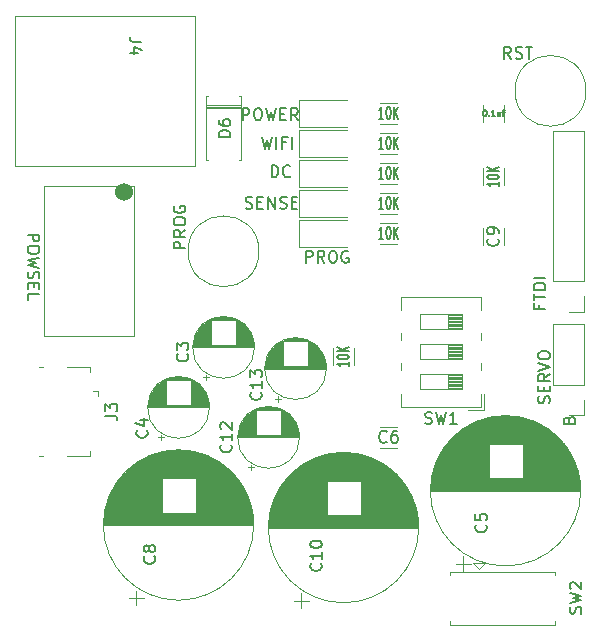
<source format=gbr>
%TF.GenerationSoftware,KiCad,Pcbnew,(6.0.7)*%
%TF.CreationDate,2022-10-29T10:50:57-05:00*%
%TF.ProjectId,BlastGate R2,426c6173-7447-4617-9465-2052322e6b69,rev?*%
%TF.SameCoordinates,Original*%
%TF.FileFunction,Legend,Top*%
%TF.FilePolarity,Positive*%
%FSLAX46Y46*%
G04 Gerber Fmt 4.6, Leading zero omitted, Abs format (unit mm)*
G04 Created by KiCad (PCBNEW (6.0.7)) date 2022-10-29 10:50:57*
%MOMM*%
%LPD*%
G01*
G04 APERTURE LIST*
%ADD10C,0.150000*%
%ADD11C,0.127000*%
%ADD12C,0.120000*%
%ADD13C,1.524000*%
G04 APERTURE END LIST*
D10*
X193667285Y-78684380D02*
X193667285Y-77684380D01*
X194048238Y-77684380D01*
X194143476Y-77732000D01*
X194191095Y-77779619D01*
X194238714Y-77874857D01*
X194238714Y-78017714D01*
X194191095Y-78112952D01*
X194143476Y-78160571D01*
X194048238Y-78208190D01*
X193667285Y-78208190D01*
X195238714Y-78684380D02*
X194905380Y-78208190D01*
X194667285Y-78684380D02*
X194667285Y-77684380D01*
X195048238Y-77684380D01*
X195143476Y-77732000D01*
X195191095Y-77779619D01*
X195238714Y-77874857D01*
X195238714Y-78017714D01*
X195191095Y-78112952D01*
X195143476Y-78160571D01*
X195048238Y-78208190D01*
X194667285Y-78208190D01*
X195857761Y-77684380D02*
X196048238Y-77684380D01*
X196143476Y-77732000D01*
X196238714Y-77827238D01*
X196286333Y-78017714D01*
X196286333Y-78351047D01*
X196238714Y-78541523D01*
X196143476Y-78636761D01*
X196048238Y-78684380D01*
X195857761Y-78684380D01*
X195762523Y-78636761D01*
X195667285Y-78541523D01*
X195619666Y-78351047D01*
X195619666Y-78017714D01*
X195667285Y-77827238D01*
X195762523Y-77732000D01*
X195857761Y-77684380D01*
X197238714Y-77732000D02*
X197143476Y-77684380D01*
X197000619Y-77684380D01*
X196857761Y-77732000D01*
X196762523Y-77827238D01*
X196714904Y-77922476D01*
X196667285Y-78112952D01*
X196667285Y-78255809D01*
X196714904Y-78446285D01*
X196762523Y-78541523D01*
X196857761Y-78636761D01*
X197000619Y-78684380D01*
X197095857Y-78684380D01*
X197238714Y-78636761D01*
X197286333Y-78589142D01*
X197286333Y-78255809D01*
X197095857Y-78255809D01*
X188563523Y-74064761D02*
X188706380Y-74112380D01*
X188944476Y-74112380D01*
X189039714Y-74064761D01*
X189087333Y-74017142D01*
X189134952Y-73921904D01*
X189134952Y-73826666D01*
X189087333Y-73731428D01*
X189039714Y-73683809D01*
X188944476Y-73636190D01*
X188754000Y-73588571D01*
X188658761Y-73540952D01*
X188611142Y-73493333D01*
X188563523Y-73398095D01*
X188563523Y-73302857D01*
X188611142Y-73207619D01*
X188658761Y-73160000D01*
X188754000Y-73112380D01*
X188992095Y-73112380D01*
X189134952Y-73160000D01*
X189563523Y-73588571D02*
X189896857Y-73588571D01*
X190039714Y-74112380D02*
X189563523Y-74112380D01*
X189563523Y-73112380D01*
X190039714Y-73112380D01*
X190468285Y-74112380D02*
X190468285Y-73112380D01*
X191039714Y-74112380D01*
X191039714Y-73112380D01*
X191468285Y-74064761D02*
X191611142Y-74112380D01*
X191849238Y-74112380D01*
X191944476Y-74064761D01*
X191992095Y-74017142D01*
X192039714Y-73921904D01*
X192039714Y-73826666D01*
X191992095Y-73731428D01*
X191944476Y-73683809D01*
X191849238Y-73636190D01*
X191658761Y-73588571D01*
X191563523Y-73540952D01*
X191515904Y-73493333D01*
X191468285Y-73398095D01*
X191468285Y-73302857D01*
X191515904Y-73207619D01*
X191563523Y-73160000D01*
X191658761Y-73112380D01*
X191896857Y-73112380D01*
X192039714Y-73160000D01*
X192468285Y-73588571D02*
X192801619Y-73588571D01*
X192944476Y-74112380D02*
X192468285Y-74112380D01*
X192468285Y-73112380D01*
X192944476Y-73112380D01*
X190754095Y-71445380D02*
X190754095Y-70445380D01*
X190992190Y-70445380D01*
X191135047Y-70493000D01*
X191230285Y-70588238D01*
X191277904Y-70683476D01*
X191325523Y-70873952D01*
X191325523Y-71016809D01*
X191277904Y-71207285D01*
X191230285Y-71302523D01*
X191135047Y-71397761D01*
X190992190Y-71445380D01*
X190754095Y-71445380D01*
X192325523Y-71350142D02*
X192277904Y-71397761D01*
X192135047Y-71445380D01*
X192039809Y-71445380D01*
X191896952Y-71397761D01*
X191801714Y-71302523D01*
X191754095Y-71207285D01*
X191706476Y-71016809D01*
X191706476Y-70873952D01*
X191754095Y-70683476D01*
X191801714Y-70588238D01*
X191896952Y-70493000D01*
X192039809Y-70445380D01*
X192135047Y-70445380D01*
X192277904Y-70493000D01*
X192325523Y-70540619D01*
X189928666Y-68032380D02*
X190166761Y-69032380D01*
X190357238Y-68318095D01*
X190547714Y-69032380D01*
X190785809Y-68032380D01*
X191166761Y-69032380D02*
X191166761Y-68032380D01*
X191976285Y-68508571D02*
X191642952Y-68508571D01*
X191642952Y-69032380D02*
X191642952Y-68032380D01*
X192119142Y-68032380D01*
X192500095Y-69032380D02*
X192500095Y-68032380D01*
X188317476Y-66619380D02*
X188317476Y-65619380D01*
X188698428Y-65619380D01*
X188793666Y-65667000D01*
X188841285Y-65714619D01*
X188888904Y-65809857D01*
X188888904Y-65952714D01*
X188841285Y-66047952D01*
X188793666Y-66095571D01*
X188698428Y-66143190D01*
X188317476Y-66143190D01*
X189507952Y-65619380D02*
X189698428Y-65619380D01*
X189793666Y-65667000D01*
X189888904Y-65762238D01*
X189936523Y-65952714D01*
X189936523Y-66286047D01*
X189888904Y-66476523D01*
X189793666Y-66571761D01*
X189698428Y-66619380D01*
X189507952Y-66619380D01*
X189412714Y-66571761D01*
X189317476Y-66476523D01*
X189269857Y-66286047D01*
X189269857Y-65952714D01*
X189317476Y-65762238D01*
X189412714Y-65667000D01*
X189507952Y-65619380D01*
X190269857Y-65619380D02*
X190507952Y-66619380D01*
X190698428Y-65905095D01*
X190888904Y-66619380D01*
X191127000Y-65619380D01*
X191507952Y-66095571D02*
X191841285Y-66095571D01*
X191984142Y-66619380D02*
X191507952Y-66619380D01*
X191507952Y-65619380D01*
X191984142Y-65619380D01*
X192984142Y-66619380D02*
X192650809Y-66143190D01*
X192412714Y-66619380D02*
X192412714Y-65619380D01*
X192793666Y-65619380D01*
X192888904Y-65667000D01*
X192936523Y-65714619D01*
X192984142Y-65809857D01*
X192984142Y-65952714D01*
X192936523Y-66047952D01*
X192888904Y-66095571D01*
X192793666Y-66143190D01*
X192412714Y-66143190D01*
X215955571Y-92003571D02*
X216003190Y-91860714D01*
X216050809Y-91813095D01*
X216146047Y-91765476D01*
X216288904Y-91765476D01*
X216384142Y-91813095D01*
X216431761Y-91860714D01*
X216479380Y-91955952D01*
X216479380Y-92336904D01*
X215479380Y-92336904D01*
X215479380Y-92003571D01*
X215527000Y-91908333D01*
X215574619Y-91860714D01*
X215669857Y-91813095D01*
X215765095Y-91813095D01*
X215860333Y-91860714D01*
X215907952Y-91908333D01*
X215955571Y-92003571D01*
X215955571Y-92336904D01*
%TO.C,J4*%
X179744619Y-59991666D02*
X179030333Y-59991666D01*
X178887476Y-59944047D01*
X178792238Y-59848809D01*
X178744619Y-59705952D01*
X178744619Y-59610714D01*
X179411285Y-60896428D02*
X178744619Y-60896428D01*
X179792238Y-60658333D02*
X179077952Y-60420238D01*
X179077952Y-61039285D01*
%TO.C,R2*%
X200211190Y-69032380D02*
X199839761Y-69032380D01*
X200025476Y-69032380D02*
X200025476Y-68032380D01*
X199963571Y-68175238D01*
X199901666Y-68270476D01*
X199839761Y-68318095D01*
X200613571Y-68032380D02*
X200675476Y-68032380D01*
X200737380Y-68080000D01*
X200768333Y-68127619D01*
X200799285Y-68222857D01*
X200830238Y-68413333D01*
X200830238Y-68651428D01*
X200799285Y-68841904D01*
X200768333Y-68937142D01*
X200737380Y-68984761D01*
X200675476Y-69032380D01*
X200613571Y-69032380D01*
X200551666Y-68984761D01*
X200520714Y-68937142D01*
X200489761Y-68841904D01*
X200458809Y-68651428D01*
X200458809Y-68413333D01*
X200489761Y-68222857D01*
X200520714Y-68127619D01*
X200551666Y-68080000D01*
X200613571Y-68032380D01*
X201108809Y-69032380D02*
X201108809Y-68032380D01*
X201480238Y-69032380D02*
X201201666Y-68460952D01*
X201480238Y-68032380D02*
X201108809Y-68603809D01*
%TO.C,POWSEL*%
X170108619Y-76303523D02*
X171108619Y-76303523D01*
X171108619Y-76684476D01*
X171061000Y-76779714D01*
X171013380Y-76827333D01*
X170918142Y-76874952D01*
X170775285Y-76874952D01*
X170680047Y-76827333D01*
X170632428Y-76779714D01*
X170584809Y-76684476D01*
X170584809Y-76303523D01*
X171108619Y-77494000D02*
X171108619Y-77684476D01*
X171061000Y-77779714D01*
X170965761Y-77874952D01*
X170775285Y-77922571D01*
X170441952Y-77922571D01*
X170251476Y-77874952D01*
X170156238Y-77779714D01*
X170108619Y-77684476D01*
X170108619Y-77494000D01*
X170156238Y-77398761D01*
X170251476Y-77303523D01*
X170441952Y-77255904D01*
X170775285Y-77255904D01*
X170965761Y-77303523D01*
X171061000Y-77398761D01*
X171108619Y-77494000D01*
X171108619Y-78255904D02*
X170108619Y-78494000D01*
X170822904Y-78684476D01*
X170108619Y-78874952D01*
X171108619Y-79113047D01*
X170156238Y-79446380D02*
X170108619Y-79589238D01*
X170108619Y-79827333D01*
X170156238Y-79922571D01*
X170203857Y-79970190D01*
X170299095Y-80017809D01*
X170394333Y-80017809D01*
X170489571Y-79970190D01*
X170537190Y-79922571D01*
X170584809Y-79827333D01*
X170632428Y-79636857D01*
X170680047Y-79541619D01*
X170727666Y-79494000D01*
X170822904Y-79446380D01*
X170918142Y-79446380D01*
X171013380Y-79494000D01*
X171061000Y-79541619D01*
X171108619Y-79636857D01*
X171108619Y-79874952D01*
X171061000Y-80017809D01*
X170632428Y-80446380D02*
X170632428Y-80779714D01*
X170108619Y-80922571D02*
X170108619Y-80446380D01*
X171108619Y-80446380D01*
X171108619Y-80922571D01*
X170108619Y-81827333D02*
X170108619Y-81351142D01*
X171108619Y-81351142D01*
%TO.C,R1*%
X200211190Y-66492380D02*
X199839761Y-66492380D01*
X200025476Y-66492380D02*
X200025476Y-65492380D01*
X199963571Y-65635238D01*
X199901666Y-65730476D01*
X199839761Y-65778095D01*
X200613571Y-65492380D02*
X200675476Y-65492380D01*
X200737380Y-65540000D01*
X200768333Y-65587619D01*
X200799285Y-65682857D01*
X200830238Y-65873333D01*
X200830238Y-66111428D01*
X200799285Y-66301904D01*
X200768333Y-66397142D01*
X200737380Y-66444761D01*
X200675476Y-66492380D01*
X200613571Y-66492380D01*
X200551666Y-66444761D01*
X200520714Y-66397142D01*
X200489761Y-66301904D01*
X200458809Y-66111428D01*
X200458809Y-65873333D01*
X200489761Y-65682857D01*
X200520714Y-65587619D01*
X200551666Y-65540000D01*
X200613571Y-65492380D01*
X201108809Y-66492380D02*
X201108809Y-65492380D01*
X201480238Y-66492380D02*
X201201666Y-65920952D01*
X201480238Y-65492380D02*
X201108809Y-66063809D01*
%TO.C,R7*%
X197302380Y-87088809D02*
X197302380Y-87460238D01*
X197302380Y-87274523D02*
X196302380Y-87274523D01*
X196445238Y-87336428D01*
X196540476Y-87398333D01*
X196588095Y-87460238D01*
X196302380Y-86686428D02*
X196302380Y-86624523D01*
X196350000Y-86562619D01*
X196397619Y-86531666D01*
X196492857Y-86500714D01*
X196683333Y-86469761D01*
X196921428Y-86469761D01*
X197111904Y-86500714D01*
X197207142Y-86531666D01*
X197254761Y-86562619D01*
X197302380Y-86624523D01*
X197302380Y-86686428D01*
X197254761Y-86748333D01*
X197207142Y-86779285D01*
X197111904Y-86810238D01*
X196921428Y-86841190D01*
X196683333Y-86841190D01*
X196492857Y-86810238D01*
X196397619Y-86779285D01*
X196350000Y-86748333D01*
X196302380Y-86686428D01*
X197302380Y-86191190D02*
X196302380Y-86191190D01*
X197302380Y-85819761D02*
X196730952Y-86098333D01*
X196302380Y-85819761D02*
X196873809Y-86191190D01*
%TO.C,SW2*%
X216939761Y-108394333D02*
X216987380Y-108251476D01*
X216987380Y-108013380D01*
X216939761Y-107918142D01*
X216892142Y-107870523D01*
X216796904Y-107822904D01*
X216701666Y-107822904D01*
X216606428Y-107870523D01*
X216558809Y-107918142D01*
X216511190Y-108013380D01*
X216463571Y-108203857D01*
X216415952Y-108299095D01*
X216368333Y-108346714D01*
X216273095Y-108394333D01*
X216177857Y-108394333D01*
X216082619Y-108346714D01*
X216035000Y-108299095D01*
X215987380Y-108203857D01*
X215987380Y-107965761D01*
X216035000Y-107822904D01*
X215987380Y-107489571D02*
X216987380Y-107251476D01*
X216273095Y-107061000D01*
X216987380Y-106870523D01*
X215987380Y-106632428D01*
X216082619Y-106299095D02*
X216035000Y-106251476D01*
X215987380Y-106156238D01*
X215987380Y-105918142D01*
X216035000Y-105822904D01*
X216082619Y-105775285D01*
X216177857Y-105727666D01*
X216273095Y-105727666D01*
X216415952Y-105775285D01*
X216987380Y-106346714D01*
X216987380Y-105727666D01*
%TO.C,SERVO*%
X214272761Y-90582476D02*
X214320380Y-90439619D01*
X214320380Y-90201523D01*
X214272761Y-90106285D01*
X214225142Y-90058666D01*
X214129904Y-90011047D01*
X214034666Y-90011047D01*
X213939428Y-90058666D01*
X213891809Y-90106285D01*
X213844190Y-90201523D01*
X213796571Y-90392000D01*
X213748952Y-90487238D01*
X213701333Y-90534857D01*
X213606095Y-90582476D01*
X213510857Y-90582476D01*
X213415619Y-90534857D01*
X213368000Y-90487238D01*
X213320380Y-90392000D01*
X213320380Y-90153904D01*
X213368000Y-90011047D01*
X213796571Y-89582476D02*
X213796571Y-89249142D01*
X214320380Y-89106285D02*
X214320380Y-89582476D01*
X213320380Y-89582476D01*
X213320380Y-89106285D01*
X214320380Y-88106285D02*
X213844190Y-88439619D01*
X214320380Y-88677714D02*
X213320380Y-88677714D01*
X213320380Y-88296761D01*
X213368000Y-88201523D01*
X213415619Y-88153904D01*
X213510857Y-88106285D01*
X213653714Y-88106285D01*
X213748952Y-88153904D01*
X213796571Y-88201523D01*
X213844190Y-88296761D01*
X213844190Y-88677714D01*
X213320380Y-87820571D02*
X214320380Y-87487238D01*
X213320380Y-87153904D01*
X213320380Y-86630095D02*
X213320380Y-86439619D01*
X213368000Y-86344380D01*
X213463238Y-86249142D01*
X213653714Y-86201523D01*
X213987047Y-86201523D01*
X214177523Y-86249142D01*
X214272761Y-86344380D01*
X214320380Y-86439619D01*
X214320380Y-86630095D01*
X214272761Y-86725333D01*
X214177523Y-86820571D01*
X213987047Y-86868190D01*
X213653714Y-86868190D01*
X213463238Y-86820571D01*
X213368000Y-86725333D01*
X213320380Y-86630095D01*
%TO.C,R3*%
X200211190Y-71572380D02*
X199839761Y-71572380D01*
X200025476Y-71572380D02*
X200025476Y-70572380D01*
X199963571Y-70715238D01*
X199901666Y-70810476D01*
X199839761Y-70858095D01*
X200613571Y-70572380D02*
X200675476Y-70572380D01*
X200737380Y-70620000D01*
X200768333Y-70667619D01*
X200799285Y-70762857D01*
X200830238Y-70953333D01*
X200830238Y-71191428D01*
X200799285Y-71381904D01*
X200768333Y-71477142D01*
X200737380Y-71524761D01*
X200675476Y-71572380D01*
X200613571Y-71572380D01*
X200551666Y-71524761D01*
X200520714Y-71477142D01*
X200489761Y-71381904D01*
X200458809Y-71191428D01*
X200458809Y-70953333D01*
X200489761Y-70762857D01*
X200520714Y-70667619D01*
X200551666Y-70620000D01*
X200613571Y-70572380D01*
X201108809Y-71572380D02*
X201108809Y-70572380D01*
X201480238Y-71572380D02*
X201201666Y-71000952D01*
X201480238Y-70572380D02*
X201108809Y-71143809D01*
%TO.C,C12*%
X187301142Y-94114857D02*
X187348761Y-94162476D01*
X187396380Y-94305333D01*
X187396380Y-94400571D01*
X187348761Y-94543428D01*
X187253523Y-94638666D01*
X187158285Y-94686285D01*
X186967809Y-94733904D01*
X186824952Y-94733904D01*
X186634476Y-94686285D01*
X186539238Y-94638666D01*
X186444000Y-94543428D01*
X186396380Y-94400571D01*
X186396380Y-94305333D01*
X186444000Y-94162476D01*
X186491619Y-94114857D01*
X187396380Y-93162476D02*
X187396380Y-93733904D01*
X187396380Y-93448190D02*
X186396380Y-93448190D01*
X186539238Y-93543428D01*
X186634476Y-93638666D01*
X186682095Y-93733904D01*
X186491619Y-92781523D02*
X186444000Y-92733904D01*
X186396380Y-92638666D01*
X186396380Y-92400571D01*
X186444000Y-92305333D01*
X186491619Y-92257714D01*
X186586857Y-92210095D01*
X186682095Y-92210095D01*
X186824952Y-92257714D01*
X187396380Y-92829142D01*
X187396380Y-92210095D01*
%TO.C,PROG*%
X183459380Y-77477714D02*
X182459380Y-77477714D01*
X182459380Y-77096761D01*
X182507000Y-77001523D01*
X182554619Y-76953904D01*
X182649857Y-76906285D01*
X182792714Y-76906285D01*
X182887952Y-76953904D01*
X182935571Y-77001523D01*
X182983190Y-77096761D01*
X182983190Y-77477714D01*
X183459380Y-75906285D02*
X182983190Y-76239619D01*
X183459380Y-76477714D02*
X182459380Y-76477714D01*
X182459380Y-76096761D01*
X182507000Y-76001523D01*
X182554619Y-75953904D01*
X182649857Y-75906285D01*
X182792714Y-75906285D01*
X182887952Y-75953904D01*
X182935571Y-76001523D01*
X182983190Y-76096761D01*
X182983190Y-76477714D01*
X182459380Y-75287238D02*
X182459380Y-75096761D01*
X182507000Y-75001523D01*
X182602238Y-74906285D01*
X182792714Y-74858666D01*
X183126047Y-74858666D01*
X183316523Y-74906285D01*
X183411761Y-75001523D01*
X183459380Y-75096761D01*
X183459380Y-75287238D01*
X183411761Y-75382476D01*
X183316523Y-75477714D01*
X183126047Y-75525333D01*
X182792714Y-75525333D01*
X182602238Y-75477714D01*
X182507000Y-75382476D01*
X182459380Y-75287238D01*
X182507000Y-73906285D02*
X182459380Y-74001523D01*
X182459380Y-74144380D01*
X182507000Y-74287238D01*
X182602238Y-74382476D01*
X182697476Y-74430095D01*
X182887952Y-74477714D01*
X183030809Y-74477714D01*
X183221285Y-74430095D01*
X183316523Y-74382476D01*
X183411761Y-74287238D01*
X183459380Y-74144380D01*
X183459380Y-74049142D01*
X183411761Y-73906285D01*
X183364142Y-73858666D01*
X183030809Y-73858666D01*
X183030809Y-74049142D01*
%TO.C,C6*%
X200493333Y-93829142D02*
X200445714Y-93876761D01*
X200302857Y-93924380D01*
X200207619Y-93924380D01*
X200064761Y-93876761D01*
X199969523Y-93781523D01*
X199921904Y-93686285D01*
X199874285Y-93495809D01*
X199874285Y-93352952D01*
X199921904Y-93162476D01*
X199969523Y-93067238D01*
X200064761Y-92972000D01*
X200207619Y-92924380D01*
X200302857Y-92924380D01*
X200445714Y-92972000D01*
X200493333Y-93019619D01*
X201350476Y-92924380D02*
X201160000Y-92924380D01*
X201064761Y-92972000D01*
X201017142Y-93019619D01*
X200921904Y-93162476D01*
X200874285Y-93352952D01*
X200874285Y-93733904D01*
X200921904Y-93829142D01*
X200969523Y-93876761D01*
X201064761Y-93924380D01*
X201255238Y-93924380D01*
X201350476Y-93876761D01*
X201398095Y-93829142D01*
X201445714Y-93733904D01*
X201445714Y-93495809D01*
X201398095Y-93400571D01*
X201350476Y-93352952D01*
X201255238Y-93305333D01*
X201064761Y-93305333D01*
X200969523Y-93352952D01*
X200921904Y-93400571D01*
X200874285Y-93495809D01*
%TO.C,C9*%
X209907142Y-76646666D02*
X209954761Y-76694285D01*
X210002380Y-76837142D01*
X210002380Y-76932380D01*
X209954761Y-77075238D01*
X209859523Y-77170476D01*
X209764285Y-77218095D01*
X209573809Y-77265714D01*
X209430952Y-77265714D01*
X209240476Y-77218095D01*
X209145238Y-77170476D01*
X209050000Y-77075238D01*
X209002380Y-76932380D01*
X209002380Y-76837142D01*
X209050000Y-76694285D01*
X209097619Y-76646666D01*
X210002380Y-76170476D02*
X210002380Y-75980000D01*
X209954761Y-75884761D01*
X209907142Y-75837142D01*
X209764285Y-75741904D01*
X209573809Y-75694285D01*
X209192857Y-75694285D01*
X209097619Y-75741904D01*
X209050000Y-75789523D01*
X209002380Y-75884761D01*
X209002380Y-76075238D01*
X209050000Y-76170476D01*
X209097619Y-76218095D01*
X209192857Y-76265714D01*
X209430952Y-76265714D01*
X209526190Y-76218095D01*
X209573809Y-76170476D01*
X209621428Y-76075238D01*
X209621428Y-75884761D01*
X209573809Y-75789523D01*
X209526190Y-75741904D01*
X209430952Y-75694285D01*
%TO.C,J3*%
X176681380Y-91641333D02*
X177395666Y-91641333D01*
X177538523Y-91688952D01*
X177633761Y-91784190D01*
X177681380Y-91927047D01*
X177681380Y-92022285D01*
X176681380Y-91260380D02*
X176681380Y-90641333D01*
X177062333Y-90974666D01*
X177062333Y-90831809D01*
X177109952Y-90736571D01*
X177157571Y-90688952D01*
X177252809Y-90641333D01*
X177490904Y-90641333D01*
X177586142Y-90688952D01*
X177633761Y-90736571D01*
X177681380Y-90831809D01*
X177681380Y-91117523D01*
X177633761Y-91212761D01*
X177586142Y-91260380D01*
%TO.C,C10*%
X194921142Y-104147857D02*
X194968761Y-104195476D01*
X195016380Y-104338333D01*
X195016380Y-104433571D01*
X194968761Y-104576428D01*
X194873523Y-104671666D01*
X194778285Y-104719285D01*
X194587809Y-104766904D01*
X194444952Y-104766904D01*
X194254476Y-104719285D01*
X194159238Y-104671666D01*
X194064000Y-104576428D01*
X194016380Y-104433571D01*
X194016380Y-104338333D01*
X194064000Y-104195476D01*
X194111619Y-104147857D01*
X195016380Y-103195476D02*
X195016380Y-103766904D01*
X195016380Y-103481190D02*
X194016380Y-103481190D01*
X194159238Y-103576428D01*
X194254476Y-103671666D01*
X194302095Y-103766904D01*
X194016380Y-102576428D02*
X194016380Y-102481190D01*
X194064000Y-102385952D01*
X194111619Y-102338333D01*
X194206857Y-102290714D01*
X194397333Y-102243095D01*
X194635428Y-102243095D01*
X194825904Y-102290714D01*
X194921142Y-102338333D01*
X194968761Y-102385952D01*
X195016380Y-102481190D01*
X195016380Y-102576428D01*
X194968761Y-102671666D01*
X194921142Y-102719285D01*
X194825904Y-102766904D01*
X194635428Y-102814523D01*
X194397333Y-102814523D01*
X194206857Y-102766904D01*
X194111619Y-102719285D01*
X194064000Y-102671666D01*
X194016380Y-102576428D01*
%TO.C,C4*%
X180189142Y-92876666D02*
X180236761Y-92924285D01*
X180284380Y-93067142D01*
X180284380Y-93162380D01*
X180236761Y-93305238D01*
X180141523Y-93400476D01*
X180046285Y-93448095D01*
X179855809Y-93495714D01*
X179712952Y-93495714D01*
X179522476Y-93448095D01*
X179427238Y-93400476D01*
X179332000Y-93305238D01*
X179284380Y-93162380D01*
X179284380Y-93067142D01*
X179332000Y-92924285D01*
X179379619Y-92876666D01*
X179617714Y-92019523D02*
X180284380Y-92019523D01*
X179236761Y-92257619D02*
X179951047Y-92495714D01*
X179951047Y-91876666D01*
%TO.C,C8*%
X180824142Y-103544666D02*
X180871761Y-103592285D01*
X180919380Y-103735142D01*
X180919380Y-103830380D01*
X180871761Y-103973238D01*
X180776523Y-104068476D01*
X180681285Y-104116095D01*
X180490809Y-104163714D01*
X180347952Y-104163714D01*
X180157476Y-104116095D01*
X180062238Y-104068476D01*
X179967000Y-103973238D01*
X179919380Y-103830380D01*
X179919380Y-103735142D01*
X179967000Y-103592285D01*
X180014619Y-103544666D01*
X180347952Y-102973238D02*
X180300333Y-103068476D01*
X180252714Y-103116095D01*
X180157476Y-103163714D01*
X180109857Y-103163714D01*
X180014619Y-103116095D01*
X179967000Y-103068476D01*
X179919380Y-102973238D01*
X179919380Y-102782761D01*
X179967000Y-102687523D01*
X180014619Y-102639904D01*
X180109857Y-102592285D01*
X180157476Y-102592285D01*
X180252714Y-102639904D01*
X180300333Y-102687523D01*
X180347952Y-102782761D01*
X180347952Y-102973238D01*
X180395571Y-103068476D01*
X180443190Y-103116095D01*
X180538428Y-103163714D01*
X180728904Y-103163714D01*
X180824142Y-103116095D01*
X180871761Y-103068476D01*
X180919380Y-102973238D01*
X180919380Y-102782761D01*
X180871761Y-102687523D01*
X180824142Y-102639904D01*
X180728904Y-102592285D01*
X180538428Y-102592285D01*
X180443190Y-102639904D01*
X180395571Y-102687523D01*
X180347952Y-102782761D01*
%TO.C,R11*%
X210002380Y-71848809D02*
X210002380Y-72220238D01*
X210002380Y-72034523D02*
X209002380Y-72034523D01*
X209145238Y-72096428D01*
X209240476Y-72158333D01*
X209288095Y-72220238D01*
X209002380Y-71446428D02*
X209002380Y-71384523D01*
X209050000Y-71322619D01*
X209097619Y-71291666D01*
X209192857Y-71260714D01*
X209383333Y-71229761D01*
X209621428Y-71229761D01*
X209811904Y-71260714D01*
X209907142Y-71291666D01*
X209954761Y-71322619D01*
X210002380Y-71384523D01*
X210002380Y-71446428D01*
X209954761Y-71508333D01*
X209907142Y-71539285D01*
X209811904Y-71570238D01*
X209621428Y-71601190D01*
X209383333Y-71601190D01*
X209192857Y-71570238D01*
X209097619Y-71539285D01*
X209050000Y-71508333D01*
X209002380Y-71446428D01*
X210002380Y-70951190D02*
X209002380Y-70951190D01*
X210002380Y-70579761D02*
X209430952Y-70858333D01*
X209002380Y-70579761D02*
X209573809Y-70951190D01*
%TO.C,C3*%
X183618142Y-86399666D02*
X183665761Y-86447285D01*
X183713380Y-86590142D01*
X183713380Y-86685380D01*
X183665761Y-86828238D01*
X183570523Y-86923476D01*
X183475285Y-86971095D01*
X183284809Y-87018714D01*
X183141952Y-87018714D01*
X182951476Y-86971095D01*
X182856238Y-86923476D01*
X182761000Y-86828238D01*
X182713380Y-86685380D01*
X182713380Y-86590142D01*
X182761000Y-86447285D01*
X182808619Y-86399666D01*
X182713380Y-86066333D02*
X182713380Y-85447285D01*
X183094333Y-85780619D01*
X183094333Y-85637761D01*
X183141952Y-85542523D01*
X183189571Y-85494904D01*
X183284809Y-85447285D01*
X183522904Y-85447285D01*
X183618142Y-85494904D01*
X183665761Y-85542523D01*
X183713380Y-85637761D01*
X183713380Y-85923476D01*
X183665761Y-86018714D01*
X183618142Y-86066333D01*
%TO.C,C13*%
X189841142Y-89669857D02*
X189888761Y-89717476D01*
X189936380Y-89860333D01*
X189936380Y-89955571D01*
X189888761Y-90098428D01*
X189793523Y-90193666D01*
X189698285Y-90241285D01*
X189507809Y-90288904D01*
X189364952Y-90288904D01*
X189174476Y-90241285D01*
X189079238Y-90193666D01*
X188984000Y-90098428D01*
X188936380Y-89955571D01*
X188936380Y-89860333D01*
X188984000Y-89717476D01*
X189031619Y-89669857D01*
X189936380Y-88717476D02*
X189936380Y-89288904D01*
X189936380Y-89003190D02*
X188936380Y-89003190D01*
X189079238Y-89098428D01*
X189174476Y-89193666D01*
X189222095Y-89288904D01*
X188936380Y-88384142D02*
X188936380Y-87765095D01*
X189317333Y-88098428D01*
X189317333Y-87955571D01*
X189364952Y-87860333D01*
X189412571Y-87812714D01*
X189507809Y-87765095D01*
X189745904Y-87765095D01*
X189841142Y-87812714D01*
X189888761Y-87860333D01*
X189936380Y-87955571D01*
X189936380Y-88241285D01*
X189888761Y-88336523D01*
X189841142Y-88384142D01*
%TO.C,SW1*%
X203771666Y-92287761D02*
X203914523Y-92335380D01*
X204152619Y-92335380D01*
X204247857Y-92287761D01*
X204295476Y-92240142D01*
X204343095Y-92144904D01*
X204343095Y-92049666D01*
X204295476Y-91954428D01*
X204247857Y-91906809D01*
X204152619Y-91859190D01*
X203962142Y-91811571D01*
X203866904Y-91763952D01*
X203819285Y-91716333D01*
X203771666Y-91621095D01*
X203771666Y-91525857D01*
X203819285Y-91430619D01*
X203866904Y-91383000D01*
X203962142Y-91335380D01*
X204200238Y-91335380D01*
X204343095Y-91383000D01*
X204676428Y-91335380D02*
X204914523Y-92335380D01*
X205105000Y-91621095D01*
X205295476Y-92335380D01*
X205533571Y-91335380D01*
X206438333Y-92335380D02*
X205866904Y-92335380D01*
X206152619Y-92335380D02*
X206152619Y-91335380D01*
X206057380Y-91478238D01*
X205962142Y-91573476D01*
X205866904Y-91621095D01*
D11*
%TO.C,C7*%
X208788000Y-65761809D02*
X208836380Y-65761809D01*
X208884761Y-65786000D01*
X208908952Y-65810190D01*
X208933142Y-65858571D01*
X208957333Y-65955333D01*
X208957333Y-66076285D01*
X208933142Y-66173047D01*
X208908952Y-66221428D01*
X208884761Y-66245619D01*
X208836380Y-66269809D01*
X208788000Y-66269809D01*
X208739619Y-66245619D01*
X208715428Y-66221428D01*
X208691238Y-66173047D01*
X208667047Y-66076285D01*
X208667047Y-65955333D01*
X208691238Y-65858571D01*
X208715428Y-65810190D01*
X208739619Y-65786000D01*
X208788000Y-65761809D01*
X209175047Y-66221428D02*
X209199238Y-66245619D01*
X209175047Y-66269809D01*
X209150857Y-66245619D01*
X209175047Y-66221428D01*
X209175047Y-66269809D01*
X209683047Y-66269809D02*
X209392761Y-66269809D01*
X209537904Y-66269809D02*
X209537904Y-65761809D01*
X209489523Y-65834380D01*
X209441142Y-65882761D01*
X209392761Y-65906952D01*
X210118476Y-65931142D02*
X210118476Y-66269809D01*
X209900761Y-65931142D02*
X209900761Y-66197238D01*
X209924952Y-66245619D01*
X209973333Y-66269809D01*
X210045904Y-66269809D01*
X210094285Y-66245619D01*
X210118476Y-66221428D01*
X210287809Y-65931142D02*
X210481333Y-65931142D01*
X210360380Y-66269809D02*
X210360380Y-65834380D01*
X210384571Y-65786000D01*
X210432952Y-65761809D01*
X210481333Y-65761809D01*
D10*
%TO.C,RST*%
X211034380Y-61412380D02*
X210701047Y-60936190D01*
X210462952Y-61412380D02*
X210462952Y-60412380D01*
X210843904Y-60412380D01*
X210939142Y-60460000D01*
X210986761Y-60507619D01*
X211034380Y-60602857D01*
X211034380Y-60745714D01*
X210986761Y-60840952D01*
X210939142Y-60888571D01*
X210843904Y-60936190D01*
X210462952Y-60936190D01*
X211415333Y-61364761D02*
X211558190Y-61412380D01*
X211796285Y-61412380D01*
X211891523Y-61364761D01*
X211939142Y-61317142D01*
X211986761Y-61221904D01*
X211986761Y-61126666D01*
X211939142Y-61031428D01*
X211891523Y-60983809D01*
X211796285Y-60936190D01*
X211605809Y-60888571D01*
X211510571Y-60840952D01*
X211462952Y-60793333D01*
X211415333Y-60698095D01*
X211415333Y-60602857D01*
X211462952Y-60507619D01*
X211510571Y-60460000D01*
X211605809Y-60412380D01*
X211843904Y-60412380D01*
X211986761Y-60460000D01*
X212272476Y-60412380D02*
X212843904Y-60412380D01*
X212558190Y-61412380D02*
X212558190Y-60412380D01*
%TO.C,D6*%
X187269380Y-68048095D02*
X186269380Y-68048095D01*
X186269380Y-67810000D01*
X186317000Y-67667142D01*
X186412238Y-67571904D01*
X186507476Y-67524285D01*
X186697952Y-67476666D01*
X186840809Y-67476666D01*
X187031285Y-67524285D01*
X187126523Y-67571904D01*
X187221761Y-67667142D01*
X187269380Y-67810000D01*
X187269380Y-68048095D01*
X186269380Y-66619523D02*
X186269380Y-66810000D01*
X186317000Y-66905238D01*
X186364619Y-66952857D01*
X186507476Y-67048095D01*
X186697952Y-67095714D01*
X187078904Y-67095714D01*
X187174142Y-67048095D01*
X187221761Y-67000476D01*
X187269380Y-66905238D01*
X187269380Y-66714761D01*
X187221761Y-66619523D01*
X187174142Y-66571904D01*
X187078904Y-66524285D01*
X186840809Y-66524285D01*
X186745571Y-66571904D01*
X186697952Y-66619523D01*
X186650333Y-66714761D01*
X186650333Y-66905238D01*
X186697952Y-67000476D01*
X186745571Y-67048095D01*
X186840809Y-67095714D01*
%TO.C,R4*%
X200211190Y-74112380D02*
X199839761Y-74112380D01*
X200025476Y-74112380D02*
X200025476Y-73112380D01*
X199963571Y-73255238D01*
X199901666Y-73350476D01*
X199839761Y-73398095D01*
X200613571Y-73112380D02*
X200675476Y-73112380D01*
X200737380Y-73160000D01*
X200768333Y-73207619D01*
X200799285Y-73302857D01*
X200830238Y-73493333D01*
X200830238Y-73731428D01*
X200799285Y-73921904D01*
X200768333Y-74017142D01*
X200737380Y-74064761D01*
X200675476Y-74112380D01*
X200613571Y-74112380D01*
X200551666Y-74064761D01*
X200520714Y-74017142D01*
X200489761Y-73921904D01*
X200458809Y-73731428D01*
X200458809Y-73493333D01*
X200489761Y-73302857D01*
X200520714Y-73207619D01*
X200551666Y-73160000D01*
X200613571Y-73112380D01*
X201108809Y-74112380D02*
X201108809Y-73112380D01*
X201480238Y-74112380D02*
X201201666Y-73540952D01*
X201480238Y-73112380D02*
X201108809Y-73683809D01*
%TO.C,C5*%
X208891142Y-100877666D02*
X208938761Y-100925285D01*
X208986380Y-101068142D01*
X208986380Y-101163380D01*
X208938761Y-101306238D01*
X208843523Y-101401476D01*
X208748285Y-101449095D01*
X208557809Y-101496714D01*
X208414952Y-101496714D01*
X208224476Y-101449095D01*
X208129238Y-101401476D01*
X208034000Y-101306238D01*
X207986380Y-101163380D01*
X207986380Y-101068142D01*
X208034000Y-100925285D01*
X208081619Y-100877666D01*
X207986380Y-99972904D02*
X207986380Y-100449095D01*
X208462571Y-100496714D01*
X208414952Y-100449095D01*
X208367333Y-100353857D01*
X208367333Y-100115761D01*
X208414952Y-100020523D01*
X208462571Y-99972904D01*
X208557809Y-99925285D01*
X208795904Y-99925285D01*
X208891142Y-99972904D01*
X208938761Y-100020523D01*
X208986380Y-100115761D01*
X208986380Y-100353857D01*
X208938761Y-100449095D01*
X208891142Y-100496714D01*
%TO.C,R5*%
X200211190Y-76652380D02*
X199839761Y-76652380D01*
X200025476Y-76652380D02*
X200025476Y-75652380D01*
X199963571Y-75795238D01*
X199901666Y-75890476D01*
X199839761Y-75938095D01*
X200613571Y-75652380D02*
X200675476Y-75652380D01*
X200737380Y-75700000D01*
X200768333Y-75747619D01*
X200799285Y-75842857D01*
X200830238Y-76033333D01*
X200830238Y-76271428D01*
X200799285Y-76461904D01*
X200768333Y-76557142D01*
X200737380Y-76604761D01*
X200675476Y-76652380D01*
X200613571Y-76652380D01*
X200551666Y-76604761D01*
X200520714Y-76557142D01*
X200489761Y-76461904D01*
X200458809Y-76271428D01*
X200458809Y-76033333D01*
X200489761Y-75842857D01*
X200520714Y-75747619D01*
X200551666Y-75700000D01*
X200613571Y-75652380D01*
X201108809Y-76652380D02*
X201108809Y-75652380D01*
X201480238Y-76652380D02*
X201201666Y-76080952D01*
X201480238Y-75652380D02*
X201108809Y-76223809D01*
%TO.C,FTDI*%
X213415571Y-82256190D02*
X213415571Y-82589523D01*
X213939380Y-82589523D02*
X212939380Y-82589523D01*
X212939380Y-82113333D01*
X212939380Y-81875238D02*
X212939380Y-81303809D01*
X213939380Y-81589523D02*
X212939380Y-81589523D01*
X213939380Y-80970476D02*
X212939380Y-80970476D01*
X212939380Y-80732380D01*
X212987000Y-80589523D01*
X213082238Y-80494285D01*
X213177476Y-80446666D01*
X213367952Y-80399047D01*
X213510809Y-80399047D01*
X213701285Y-80446666D01*
X213796523Y-80494285D01*
X213891761Y-80589523D01*
X213939380Y-80732380D01*
X213939380Y-80970476D01*
X213939380Y-79970476D02*
X212939380Y-79970476D01*
D12*
%TO.C,J4*%
X169037000Y-70485000D02*
X184277000Y-70485000D01*
X184277000Y-70485000D02*
X184277000Y-57785000D01*
X184277000Y-57785000D02*
X169037000Y-57785000D01*
X169037000Y-57785000D02*
X169037000Y-70485000D01*
%TO.C,D4*%
X197180000Y-72525000D02*
X193120000Y-72525000D01*
X193120000Y-72525000D02*
X193120000Y-74795000D01*
X193120000Y-74795000D02*
X197180000Y-74795000D01*
%TO.C,R2*%
X199932936Y-69490000D02*
X201387064Y-69490000D01*
X199932936Y-67670000D02*
X201387064Y-67670000D01*
%TO.C,POWSEL*%
X179070000Y-72200000D02*
X171450000Y-72200000D01*
X171450000Y-72200000D02*
X171450000Y-84900000D01*
X171450000Y-84900000D02*
X179070000Y-84900000D01*
X179070000Y-84900000D02*
X179070000Y-72200000D01*
%TO.C,R1*%
X199932936Y-65130000D02*
X201387064Y-65130000D01*
X199932936Y-66950000D02*
X201387064Y-66950000D01*
%TO.C,R7*%
X197760000Y-87367064D02*
X197760000Y-85912936D01*
X195940000Y-87367064D02*
X195940000Y-85912936D01*
%TO.C,SW2*%
X205902000Y-105154500D02*
X205902000Y-104844500D01*
X205902000Y-109364500D02*
X205902000Y-109054500D01*
X214722000Y-109364500D02*
X214722000Y-109054500D01*
X208812000Y-104144500D02*
X207812000Y-104144500D01*
X214722000Y-104844500D02*
X214722000Y-105154500D01*
X207812000Y-104144500D02*
X208312000Y-104644500D01*
X214722000Y-109364500D02*
X205902000Y-109364500D01*
X205902000Y-104844500D02*
X214722000Y-104844500D01*
X208312000Y-104644500D02*
X208812000Y-104144500D01*
%TO.C,D1*%
X193120000Y-67175000D02*
X197180000Y-67175000D01*
X197180000Y-64905000D02*
X193120000Y-64905000D01*
X193120000Y-64905000D02*
X193120000Y-67175000D01*
%TO.C,SERVO*%
X217230000Y-89012000D02*
X214570000Y-89012000D01*
X217230000Y-91612000D02*
X215900000Y-91612000D01*
X217230000Y-89012000D02*
X217230000Y-83872000D01*
X217230000Y-90282000D02*
X217230000Y-91612000D01*
X217230000Y-83872000D02*
X214570000Y-83872000D01*
X214570000Y-89012000D02*
X214570000Y-83872000D01*
%TO.C,R3*%
X199932936Y-72030000D02*
X201387064Y-72030000D01*
X199932936Y-70210000D02*
X201387064Y-70210000D01*
%TO.C,C12*%
X189402000Y-91108590D02*
X191598000Y-91108590D01*
X187924000Y-93309590D02*
X193076000Y-93309590D01*
X188020000Y-92748590D02*
X189460000Y-92748590D01*
X191540000Y-92148590D02*
X192724000Y-92148590D01*
X191540000Y-92789590D02*
X192991000Y-92789590D01*
X188715000Y-91588590D02*
X189460000Y-91588590D01*
X188674000Y-91628590D02*
X189460000Y-91628590D01*
X191540000Y-91868590D02*
X192535000Y-91868590D01*
X191540000Y-91308590D02*
X191943000Y-91308590D01*
X188801000Y-91508590D02*
X189460000Y-91508590D01*
X191540000Y-91268590D02*
X191883000Y-91268590D01*
X187935000Y-93189590D02*
X189460000Y-93189590D01*
X191540000Y-92748590D02*
X192980000Y-92748590D01*
X191540000Y-91548590D02*
X192243000Y-91548590D01*
X191540000Y-91228590D02*
X191819000Y-91228590D01*
X188895000Y-91428590D02*
X189460000Y-91428590D01*
X187950000Y-93069590D02*
X189460000Y-93069590D01*
X188190000Y-92308590D02*
X189460000Y-92308590D01*
X187964000Y-92989590D02*
X189460000Y-92989590D01*
X190216000Y-90868590D02*
X190784000Y-90868590D01*
X188636000Y-91668590D02*
X189460000Y-91668590D01*
X191540000Y-93029590D02*
X193043000Y-93029590D01*
X191540000Y-91468590D02*
X192153000Y-91468590D01*
X188045000Y-92668590D02*
X189460000Y-92668590D01*
X191540000Y-91788590D02*
X192471000Y-91788590D01*
X191540000Y-93189590D02*
X193065000Y-93189590D01*
X188325000Y-92068590D02*
X189460000Y-92068590D01*
X191540000Y-91748590D02*
X192437000Y-91748590D01*
X191540000Y-92989590D02*
X193036000Y-92989590D01*
X191540000Y-91348590D02*
X192000000Y-91348590D01*
X188435000Y-91908590D02*
X189460000Y-91908590D01*
X189181000Y-91228590D02*
X189460000Y-91228590D01*
X191540000Y-91428590D02*
X192105000Y-91428590D01*
X189249000Y-91188590D02*
X189460000Y-91188590D01*
X187939000Y-93149590D02*
X189460000Y-93149590D01*
X188465000Y-91868590D02*
X189460000Y-91868590D01*
X188599000Y-91708590D02*
X189460000Y-91708590D01*
X191540000Y-92108590D02*
X192700000Y-92108590D01*
X191540000Y-91708590D02*
X192401000Y-91708590D01*
X191540000Y-91988590D02*
X192622000Y-91988590D01*
X188757000Y-91548590D02*
X189460000Y-91548590D01*
X191540000Y-92588590D02*
X192928000Y-92588590D01*
X188135000Y-92428590D02*
X189460000Y-92428590D01*
X188210000Y-92268590D02*
X189460000Y-92268590D01*
X188563000Y-91748590D02*
X189460000Y-91748590D01*
X191540000Y-92468590D02*
X192882000Y-92468590D01*
X191540000Y-92909590D02*
X193020000Y-92909590D01*
X191540000Y-91188590D02*
X191751000Y-91188590D01*
X191540000Y-92068590D02*
X192675000Y-92068590D01*
X191540000Y-93229590D02*
X193069000Y-93229590D01*
X187980000Y-92909590D02*
X189460000Y-92909590D01*
X189982000Y-90908590D02*
X191018000Y-90908590D01*
X187922000Y-93349590D02*
X193078000Y-93349590D01*
X188072000Y-92588590D02*
X189460000Y-92588590D01*
X188496000Y-91828590D02*
X189460000Y-91828590D01*
X191540000Y-91948590D02*
X192595000Y-91948590D01*
X191540000Y-92829590D02*
X193001000Y-92829590D01*
X191540000Y-92188590D02*
X192747000Y-92188590D01*
X191540000Y-91828590D02*
X192504000Y-91828590D01*
X189489000Y-91068590D02*
X191511000Y-91068590D01*
X188378000Y-91988590D02*
X189460000Y-91988590D01*
X187931000Y-93229590D02*
X189460000Y-93229590D01*
X191540000Y-91588590D02*
X192285000Y-91588590D01*
X187972000Y-92949590D02*
X189460000Y-92949590D01*
X191540000Y-93069590D02*
X193050000Y-93069590D01*
X188032000Y-92708590D02*
X189460000Y-92708590D01*
X188102000Y-92508590D02*
X189460000Y-92508590D01*
X188946000Y-91388590D02*
X189460000Y-91388590D01*
X189025000Y-96274365D02*
X189025000Y-95774365D01*
X187944000Y-93109590D02*
X189460000Y-93109590D01*
X191540000Y-92268590D02*
X192790000Y-92268590D01*
X191540000Y-91388590D02*
X192054000Y-91388590D01*
X188405000Y-91948590D02*
X189460000Y-91948590D01*
X187957000Y-93029590D02*
X189460000Y-93029590D01*
X187920000Y-93429590D02*
X193080000Y-93429590D01*
X191540000Y-92388590D02*
X192848000Y-92388590D01*
X191540000Y-91508590D02*
X192199000Y-91508590D01*
X191540000Y-92508590D02*
X192898000Y-92508590D01*
X188276000Y-92148590D02*
X189460000Y-92148590D01*
X191540000Y-92228590D02*
X192768000Y-92228590D01*
X188086000Y-92548590D02*
X189460000Y-92548590D01*
X189117000Y-91268590D02*
X189460000Y-91268590D01*
X191540000Y-92428590D02*
X192865000Y-92428590D01*
X191540000Y-92708590D02*
X192968000Y-92708590D01*
X188009000Y-92789590D02*
X189460000Y-92789590D01*
X188775000Y-96024365D02*
X189275000Y-96024365D01*
X191540000Y-91668590D02*
X192364000Y-91668590D01*
X189823000Y-90948590D02*
X191177000Y-90948590D01*
X188152000Y-92388590D02*
X189460000Y-92388590D01*
X191540000Y-93109590D02*
X193056000Y-93109590D01*
X187920000Y-93469590D02*
X193080000Y-93469590D01*
X191540000Y-92308590D02*
X192810000Y-92308590D01*
X189695000Y-90988590D02*
X191305000Y-90988590D01*
X188529000Y-91788590D02*
X189460000Y-91788590D01*
X188118000Y-92468590D02*
X189460000Y-92468590D01*
X189322000Y-91148590D02*
X191678000Y-91148590D01*
X191540000Y-92348590D02*
X192829000Y-92348590D01*
X189585000Y-91028590D02*
X191415000Y-91028590D01*
X188232000Y-92228590D02*
X189460000Y-92228590D01*
X188253000Y-92188590D02*
X189460000Y-92188590D01*
X188847000Y-91468590D02*
X189460000Y-91468590D01*
X191540000Y-92028590D02*
X192649000Y-92028590D01*
X188300000Y-92108590D02*
X189460000Y-92108590D01*
X187999000Y-92829590D02*
X189460000Y-92829590D01*
X191540000Y-91908590D02*
X192565000Y-91908590D01*
X191540000Y-92628590D02*
X192942000Y-92628590D01*
X191540000Y-92668590D02*
X192955000Y-92668590D01*
X187927000Y-93269590D02*
X193073000Y-93269590D01*
X188351000Y-92028590D02*
X189460000Y-92028590D01*
X189000000Y-91348590D02*
X189460000Y-91348590D01*
X191540000Y-92949590D02*
X193028000Y-92949590D01*
X187989000Y-92869590D02*
X189460000Y-92869590D01*
X191540000Y-91628590D02*
X192326000Y-91628590D01*
X189057000Y-91308590D02*
X189460000Y-91308590D01*
X187921000Y-93389590D02*
X193079000Y-93389590D01*
X188058000Y-92628590D02*
X189460000Y-92628590D01*
X188171000Y-92348590D02*
X189460000Y-92348590D01*
X191540000Y-92548590D02*
X192914000Y-92548590D01*
X191540000Y-93149590D02*
X193061000Y-93149590D01*
X191540000Y-92869590D02*
X193011000Y-92869590D01*
X193120000Y-93469590D02*
G75*
G03*
X193120000Y-93469590I-2620000J0D01*
G01*
%TO.C,PROG*%
X189690000Y-77724000D02*
G75*
G03*
X189690000Y-77724000I-3000000J0D01*
G01*
%TO.C,C6*%
X201371252Y-94382000D02*
X199948748Y-94382000D01*
X201371252Y-92562000D02*
X199948748Y-92562000D01*
%TO.C,C9*%
X210460000Y-75768748D02*
X210460000Y-77191252D01*
X208640000Y-75768748D02*
X208640000Y-77191252D01*
%TO.C,J3*%
X175389000Y-95068000D02*
X175389000Y-94648000D01*
X175389000Y-87548000D02*
X175389000Y-87968000D01*
X171439000Y-95068000D02*
X171039000Y-95068000D01*
X175619000Y-89548000D02*
X176069000Y-89548000D01*
X173409000Y-95068000D02*
X175389000Y-95068000D01*
X171039000Y-87548000D02*
X171439000Y-87548000D01*
X176069000Y-89998000D02*
X176069000Y-89548000D01*
X173409000Y-87548000D02*
X175389000Y-87548000D01*
%TO.C,C10*%
X191129000Y-98388590D02*
X195410000Y-98388590D01*
X198290000Y-98828590D02*
X202758000Y-98828590D01*
X191292000Y-98068590D02*
X195410000Y-98068590D01*
X198290000Y-98108590D02*
X202430000Y-98108590D01*
X193267000Y-95868590D02*
X200433000Y-95868590D01*
X190612000Y-100028590D02*
X195410000Y-100028590D01*
X198290000Y-97428590D02*
X202010000Y-97428590D01*
X192843000Y-96188590D02*
X200857000Y-96188590D01*
X191092000Y-98468590D02*
X195410000Y-98468590D01*
X198290000Y-98948590D02*
X202803000Y-98948590D01*
X190605000Y-100068590D02*
X203095000Y-100068590D01*
X191228000Y-98188590D02*
X195410000Y-98188590D01*
X198290000Y-97548590D02*
X202093000Y-97548590D01*
X198290000Y-98388590D02*
X202571000Y-98388590D01*
X190565000Y-100348590D02*
X203135000Y-100348590D01*
X190532000Y-100709590D02*
X203168000Y-100709590D01*
X190911000Y-98908590D02*
X195410000Y-98908590D01*
X192795000Y-96228590D02*
X200905000Y-96228590D01*
X192401000Y-96588590D02*
X201299000Y-96588590D01*
X198290000Y-99148590D02*
X202871000Y-99148590D01*
X198290000Y-99788590D02*
X203042000Y-99788590D01*
X192656000Y-96348590D02*
X201044000Y-96348590D01*
X191453000Y-97788590D02*
X195410000Y-97788590D01*
X198290000Y-98668590D02*
X202695000Y-98668590D01*
X191359000Y-97948590D02*
X195410000Y-97948590D01*
X192031000Y-96988590D02*
X201669000Y-96988590D01*
X198290000Y-97308590D02*
X201923000Y-97308590D01*
X193575000Y-95668590D02*
X200125000Y-95668590D01*
X190926000Y-98868590D02*
X195410000Y-98868590D01*
X191005000Y-98668590D02*
X195410000Y-98668590D01*
X198290000Y-99468590D02*
X202966000Y-99468590D01*
X192442000Y-96548590D02*
X201258000Y-96548590D01*
X191690000Y-97428590D02*
X195410000Y-97428590D01*
X198290000Y-97468590D02*
X202038000Y-97468590D01*
X190560000Y-100388590D02*
X203140000Y-100388590D01*
X190528000Y-100789590D02*
X203172000Y-100789590D01*
X191429000Y-97828590D02*
X195410000Y-97828590D01*
X194866000Y-95068590D02*
X198834000Y-95068590D01*
X194440000Y-95228590D02*
X199260000Y-95228590D01*
X194086000Y-95388590D02*
X199614000Y-95388590D01*
X190544000Y-100549590D02*
X203156000Y-100549590D01*
X198290000Y-98588590D02*
X202661000Y-98588590D01*
X198290000Y-98228590D02*
X202492000Y-98228590D01*
X192994000Y-96068590D02*
X200706000Y-96068590D01*
X190570000Y-100308590D02*
X203130000Y-100308590D01*
X198290000Y-98028590D02*
X202386000Y-98028590D01*
X190538000Y-100629590D02*
X203162000Y-100629590D01*
X191503000Y-97708590D02*
X195410000Y-97708590D01*
X198290000Y-97908590D02*
X202318000Y-97908590D01*
X191405000Y-97868590D02*
X195410000Y-97868590D01*
X191662000Y-97468590D02*
X195410000Y-97468590D01*
X190520000Y-101069590D02*
X203180000Y-101069590D01*
X190816000Y-99188590D02*
X195410000Y-99188590D01*
X198290000Y-99268590D02*
X202909000Y-99268590D01*
X193642000Y-95628590D02*
X200058000Y-95628590D01*
X190552000Y-100469590D02*
X203148000Y-100469590D01*
X191478000Y-97748590D02*
X195410000Y-97748590D01*
X198290000Y-99988590D02*
X203081000Y-99988590D01*
X191022000Y-98628590D02*
X195410000Y-98628590D01*
X192483000Y-96508590D02*
X201217000Y-96508590D01*
X198290000Y-97988590D02*
X202364000Y-97988590D01*
X198290000Y-99308590D02*
X202921000Y-99308590D01*
X194989000Y-95028590D02*
X198711000Y-95028590D01*
X190756000Y-99388590D02*
X195410000Y-99388590D01*
X194006000Y-95428590D02*
X199694000Y-95428590D01*
X190724000Y-99508590D02*
X195410000Y-99508590D01*
X191900000Y-97148590D02*
X201800000Y-97148590D01*
X191168000Y-98308590D02*
X195410000Y-98308590D01*
X193210000Y-95908590D02*
X200490000Y-95908590D01*
X192612000Y-96388590D02*
X201088000Y-96388590D01*
X192525000Y-96468590D02*
X201175000Y-96468590D01*
X195122000Y-94988590D02*
X198578000Y-94988590D01*
X193046000Y-96028590D02*
X200654000Y-96028590D01*
X190767000Y-99348590D02*
X195410000Y-99348590D01*
X198290000Y-99028590D02*
X202831000Y-99028590D01*
X191314000Y-98028590D02*
X195410000Y-98028590D01*
X193275000Y-107926672D02*
X193275000Y-106676672D01*
X190658000Y-99788590D02*
X195410000Y-99788590D01*
X190619000Y-99988590D02*
X195410000Y-99988590D01*
X195609000Y-94868590D02*
X198091000Y-94868590D01*
X198290000Y-98148590D02*
X202451000Y-98148590D01*
X191208000Y-98228590D02*
X195410000Y-98228590D01*
X191148000Y-98348590D02*
X195410000Y-98348590D01*
X190535000Y-100669590D02*
X203165000Y-100669590D01*
X193511000Y-95708590D02*
X200189000Y-95708590D01*
X190548000Y-100509590D02*
X203152000Y-100509590D01*
X198290000Y-98628590D02*
X202678000Y-98628590D01*
X192283000Y-96708590D02*
X201417000Y-96708590D01*
X193929000Y-95468590D02*
X199771000Y-95468590D01*
X190869000Y-99028590D02*
X195410000Y-99028590D01*
X194750000Y-95108590D02*
X198950000Y-95108590D01*
X190779000Y-99308590D02*
X195410000Y-99308590D01*
X198290000Y-98748590D02*
X202727000Y-98748590D01*
X190586000Y-100188590D02*
X203114000Y-100188590D01*
X192136000Y-96868590D02*
X201564000Y-96868590D01*
X198290000Y-97508590D02*
X202066000Y-97508590D01*
X198290000Y-97868590D02*
X202295000Y-97868590D01*
X198290000Y-99668590D02*
X203016000Y-99668590D01*
X198290000Y-98268590D02*
X202512000Y-98268590D01*
X196533000Y-94748590D02*
X197167000Y-94748590D01*
X190684000Y-99668590D02*
X195410000Y-99668590D01*
X191074000Y-98508590D02*
X195410000Y-98508590D01*
X191998000Y-97028590D02*
X201702000Y-97028590D01*
X195267000Y-94948590D02*
X198433000Y-94948590D01*
X190649000Y-99828590D02*
X195410000Y-99828590D01*
X190575000Y-100268590D02*
X203125000Y-100268590D01*
X195428000Y-94908590D02*
X198272000Y-94908590D01*
X198290000Y-99708590D02*
X203025000Y-99708590D01*
X193386000Y-95788590D02*
X200314000Y-95788590D01*
X190522000Y-100949590D02*
X203178000Y-100949590D01*
X198290000Y-99108590D02*
X202858000Y-99108590D01*
X198290000Y-98068590D02*
X202408000Y-98068590D01*
X192361000Y-96628590D02*
X201339000Y-96628590D01*
X192702000Y-96308590D02*
X200998000Y-96308590D01*
X191039000Y-98588590D02*
X195410000Y-98588590D01*
X190598000Y-100108590D02*
X203102000Y-100108590D01*
X191111000Y-98428590D02*
X195410000Y-98428590D01*
X190791000Y-99268590D02*
X195410000Y-99268590D01*
X192172000Y-96828590D02*
X201528000Y-96828590D01*
X190855000Y-99068590D02*
X195410000Y-99068590D01*
X191932000Y-97108590D02*
X201768000Y-97108590D01*
X190989000Y-98708590D02*
X195410000Y-98708590D01*
X198290000Y-99948590D02*
X203074000Y-99948590D01*
X193448000Y-95748590D02*
X200252000Y-95748590D01*
X198290000Y-98348590D02*
X202552000Y-98348590D01*
X192245000Y-96748590D02*
X201455000Y-96748590D01*
X190524000Y-100869590D02*
X203176000Y-100869590D01*
X198290000Y-97388590D02*
X201981000Y-97388590D01*
X192748000Y-96268590D02*
X200952000Y-96268590D01*
X193854000Y-95508590D02*
X199846000Y-95508590D01*
X191528000Y-97668590D02*
X195410000Y-97668590D01*
X191249000Y-98148590D02*
X195410000Y-98148590D01*
X191807000Y-97268590D02*
X195410000Y-97268590D01*
X198290000Y-97828590D02*
X202271000Y-97828590D01*
X198290000Y-97748590D02*
X202222000Y-97748590D01*
X198290000Y-98708590D02*
X202711000Y-98708590D01*
X198290000Y-97628590D02*
X202146000Y-97628590D01*
X191554000Y-97628590D02*
X195410000Y-97628590D01*
X198290000Y-97788590D02*
X202247000Y-97788590D01*
X190675000Y-99708590D02*
X195410000Y-99708590D01*
X190541000Y-100589590D02*
X203159000Y-100589590D01*
X194169000Y-95348590D02*
X199531000Y-95348590D01*
X198290000Y-99388590D02*
X202944000Y-99388590D01*
X195822000Y-94828590D02*
X197878000Y-94828590D01*
X198290000Y-97948590D02*
X202341000Y-97948590D01*
X198290000Y-98548590D02*
X202643000Y-98548590D01*
X191057000Y-98548590D02*
X195410000Y-98548590D01*
X190592000Y-100148590D02*
X203108000Y-100148590D01*
X190520000Y-101109590D02*
X203180000Y-101109590D01*
X198290000Y-99588590D02*
X202996000Y-99588590D01*
X198290000Y-99868590D02*
X203059000Y-99868590D01*
X192322000Y-96668590D02*
X201378000Y-96668590D01*
X190973000Y-98748590D02*
X195410000Y-98748590D01*
X198290000Y-98508590D02*
X202626000Y-98508590D01*
X198290000Y-98428590D02*
X202589000Y-98428590D01*
X198290000Y-99548590D02*
X202987000Y-99548590D01*
X191382000Y-97908590D02*
X195410000Y-97908590D01*
X191838000Y-97228590D02*
X195410000Y-97228590D01*
X190897000Y-98948590D02*
X195410000Y-98948590D01*
X198290000Y-99068590D02*
X202845000Y-99068590D01*
X190520000Y-101029590D02*
X203180000Y-101029590D01*
X198290000Y-98868590D02*
X202774000Y-98868590D01*
X194256000Y-95308590D02*
X199444000Y-95308590D01*
X198290000Y-99228590D02*
X202897000Y-99228590D01*
X192893000Y-96148590D02*
X200807000Y-96148590D01*
X198290000Y-99828590D02*
X203051000Y-99828590D01*
X190803000Y-99228590D02*
X195410000Y-99228590D01*
X191607000Y-97548590D02*
X195410000Y-97548590D01*
X190745000Y-99428590D02*
X195410000Y-99428590D01*
X192568000Y-96428590D02*
X201132000Y-96428590D01*
X191188000Y-98268590D02*
X195410000Y-98268590D01*
X190842000Y-99108590D02*
X195410000Y-99108590D01*
X198290000Y-97668590D02*
X202172000Y-97668590D01*
X190734000Y-99468590D02*
X195410000Y-99468590D01*
X191965000Y-97068590D02*
X201735000Y-97068590D01*
X198290000Y-98308590D02*
X202532000Y-98308590D01*
X198290000Y-98468590D02*
X202608000Y-98468590D01*
X190829000Y-99148590D02*
X195410000Y-99148590D01*
X190957000Y-98788590D02*
X195410000Y-98788590D01*
X198290000Y-97228590D02*
X201862000Y-97228590D01*
X190530000Y-100749590D02*
X203170000Y-100749590D01*
X194641000Y-95148590D02*
X199059000Y-95148590D01*
X190883000Y-98988590D02*
X195410000Y-98988590D01*
X190556000Y-100429590D02*
X203144000Y-100429590D01*
X190666000Y-99748590D02*
X195410000Y-99748590D01*
X192208000Y-96788590D02*
X201492000Y-96788590D01*
X191270000Y-98108590D02*
X195410000Y-98108590D01*
X190626000Y-99948590D02*
X195410000Y-99948590D01*
X198290000Y-98788590D02*
X202743000Y-98788590D01*
X198290000Y-98988590D02*
X202817000Y-98988590D01*
X193326000Y-95828590D02*
X200374000Y-95828590D01*
X192100000Y-96908590D02*
X201600000Y-96908590D01*
X198290000Y-99628590D02*
X203006000Y-99628590D01*
X193100000Y-95988590D02*
X200600000Y-95988590D01*
X190526000Y-100829590D02*
X203174000Y-100829590D01*
X191580000Y-97588590D02*
X195410000Y-97588590D01*
X198290000Y-97708590D02*
X202197000Y-97708590D01*
X192065000Y-96948590D02*
X201635000Y-96948590D01*
X193710000Y-95588590D02*
X199990000Y-95588590D01*
X191719000Y-97388590D02*
X195410000Y-97388590D01*
X198290000Y-97588590D02*
X202120000Y-97588590D01*
X198290000Y-99188590D02*
X202884000Y-99188590D01*
X191634000Y-97508590D02*
X195410000Y-97508590D01*
X190634000Y-99908590D02*
X195410000Y-99908590D01*
X190523000Y-100909590D02*
X203177000Y-100909590D01*
X190521000Y-100989590D02*
X203179000Y-100989590D01*
X198290000Y-99508590D02*
X202976000Y-99508590D01*
X190641000Y-99868590D02*
X195410000Y-99868590D01*
X190694000Y-99628590D02*
X195410000Y-99628590D01*
X192650000Y-107301672D02*
X193900000Y-107301672D01*
X190581000Y-100228590D02*
X203119000Y-100228590D01*
X198290000Y-98188590D02*
X202472000Y-98188590D01*
X193154000Y-95948590D02*
X200546000Y-95948590D01*
X193781000Y-95548590D02*
X199919000Y-95548590D01*
X191336000Y-97988590D02*
X195410000Y-97988590D01*
X194538000Y-95188590D02*
X199162000Y-95188590D01*
X198290000Y-99748590D02*
X203034000Y-99748590D01*
X191868000Y-97188590D02*
X195410000Y-97188590D01*
X198290000Y-97348590D02*
X201952000Y-97348590D01*
X198290000Y-97188590D02*
X201832000Y-97188590D01*
X196093000Y-94788590D02*
X197607000Y-94788590D01*
X198290000Y-99908590D02*
X203066000Y-99908590D01*
X198290000Y-99428590D02*
X202955000Y-99428590D01*
X198290000Y-98908590D02*
X202789000Y-98908590D01*
X192943000Y-96108590D02*
X200757000Y-96108590D01*
X198290000Y-97268590D02*
X201893000Y-97268590D01*
X190713000Y-99548590D02*
X195410000Y-99548590D01*
X194346000Y-95268590D02*
X199354000Y-95268590D01*
X191748000Y-97348590D02*
X195410000Y-97348590D01*
X198290000Y-100028590D02*
X203088000Y-100028590D01*
X190942000Y-98828590D02*
X195410000Y-98828590D01*
X190704000Y-99588590D02*
X195410000Y-99588590D01*
X198290000Y-99348590D02*
X202933000Y-99348590D01*
X191777000Y-97308590D02*
X195410000Y-97308590D01*
X203220000Y-101109590D02*
G75*
G03*
X203220000Y-101109590I-6370000J0D01*
G01*
%TO.C,C4*%
X181095000Y-89048590D02*
X181840000Y-89048590D01*
X181437000Y-88768590D02*
X181840000Y-88768590D01*
X180731000Y-89488590D02*
X181840000Y-89488590D01*
X181016000Y-89128590D02*
X181840000Y-89128590D01*
X180389000Y-90249590D02*
X181840000Y-90249590D01*
X183920000Y-89648590D02*
X185127000Y-89648590D01*
X183920000Y-88728590D02*
X184263000Y-88728590D01*
X183920000Y-88768590D02*
X184323000Y-88768590D01*
X183920000Y-89128590D02*
X184744000Y-89128590D01*
X181326000Y-88848590D02*
X181840000Y-88848590D01*
X181629000Y-88648590D02*
X181840000Y-88648590D01*
X181869000Y-88528590D02*
X183891000Y-88528590D01*
X183920000Y-90128590D02*
X185335000Y-90128590D01*
X180680000Y-89568590D02*
X181840000Y-89568590D01*
X180319000Y-90609590D02*
X181840000Y-90609590D01*
X183920000Y-89248590D02*
X184851000Y-89248590D01*
X183920000Y-89768590D02*
X185190000Y-89768590D01*
X183920000Y-88648590D02*
X184131000Y-88648590D01*
X180705000Y-89528590D02*
X181840000Y-89528590D01*
X180551000Y-89808590D02*
X181840000Y-89808590D01*
X181137000Y-89008590D02*
X181840000Y-89008590D01*
X183920000Y-89008590D02*
X184623000Y-89008590D01*
X183920000Y-89208590D02*
X184817000Y-89208590D01*
X180302000Y-90809590D02*
X185458000Y-90809590D01*
X181561000Y-88688590D02*
X181840000Y-88688590D01*
X180307000Y-90729590D02*
X185453000Y-90729590D01*
X181782000Y-88568590D02*
X183978000Y-88568590D01*
X183920000Y-89048590D02*
X184665000Y-89048590D01*
X180943000Y-89208590D02*
X181840000Y-89208590D01*
X183920000Y-89928590D02*
X185262000Y-89928590D01*
X180337000Y-90489590D02*
X181840000Y-90489590D01*
X180311000Y-90689590D02*
X181840000Y-90689590D01*
X180369000Y-90329590D02*
X181840000Y-90329590D01*
X180876000Y-89288590D02*
X181840000Y-89288590D01*
X183920000Y-89288590D02*
X184884000Y-89288590D01*
X183920000Y-89848590D02*
X185228000Y-89848590D01*
X181405000Y-93734365D02*
X181405000Y-93234365D01*
X180300000Y-90889590D02*
X185460000Y-90889590D01*
X183920000Y-89808590D02*
X185209000Y-89808590D01*
X183920000Y-89448590D02*
X185002000Y-89448590D01*
X183920000Y-88808590D02*
X184380000Y-88808590D01*
X183920000Y-90008590D02*
X185294000Y-90008590D01*
X180412000Y-90168590D02*
X181840000Y-90168590D01*
X180304000Y-90769590D02*
X185456000Y-90769590D01*
X183920000Y-88848590D02*
X184434000Y-88848590D01*
X181380000Y-88808590D02*
X181840000Y-88808590D01*
X182203000Y-88408590D02*
X183557000Y-88408590D01*
X183920000Y-90449590D02*
X185416000Y-90449590D01*
X183920000Y-89568590D02*
X185080000Y-89568590D01*
X180300000Y-90929590D02*
X185460000Y-90929590D01*
X183920000Y-88968590D02*
X184579000Y-88968590D01*
X183920000Y-90168590D02*
X185348000Y-90168590D01*
X182362000Y-88368590D02*
X183398000Y-88368590D01*
X181497000Y-88728590D02*
X181840000Y-88728590D01*
X183920000Y-89408590D02*
X184975000Y-89408590D01*
X180612000Y-89688590D02*
X181840000Y-89688590D01*
X183920000Y-90088590D02*
X185322000Y-90088590D01*
X180379000Y-90289590D02*
X181840000Y-90289590D01*
X183920000Y-89528590D02*
X185055000Y-89528590D01*
X183920000Y-90249590D02*
X185371000Y-90249590D01*
X180845000Y-89328590D02*
X181840000Y-89328590D01*
X180324000Y-90569590D02*
X181840000Y-90569590D01*
X180909000Y-89248590D02*
X181840000Y-89248590D01*
X183920000Y-90409590D02*
X185408000Y-90409590D01*
X180438000Y-90088590D02*
X181840000Y-90088590D01*
X180452000Y-90048590D02*
X181840000Y-90048590D01*
X183920000Y-90609590D02*
X185441000Y-90609590D01*
X181275000Y-88888590D02*
X181840000Y-88888590D01*
X183920000Y-89488590D02*
X185029000Y-89488590D01*
X183920000Y-89608590D02*
X185104000Y-89608590D01*
X183920000Y-90369590D02*
X185400000Y-90369590D01*
X180633000Y-89648590D02*
X181840000Y-89648590D01*
X183920000Y-90289590D02*
X185381000Y-90289590D01*
X183920000Y-89328590D02*
X184915000Y-89328590D01*
X183920000Y-88688590D02*
X184199000Y-88688590D01*
X180482000Y-89968590D02*
X181840000Y-89968590D01*
X183920000Y-90689590D02*
X185449000Y-90689590D01*
X180515000Y-89888590D02*
X181840000Y-89888590D01*
X180570000Y-89768590D02*
X181840000Y-89768590D01*
X180785000Y-89408590D02*
X181840000Y-89408590D01*
X183920000Y-90329590D02*
X185391000Y-90329590D01*
X183920000Y-89368590D02*
X184945000Y-89368590D01*
X183920000Y-89688590D02*
X185148000Y-89688590D01*
X181965000Y-88488590D02*
X183795000Y-88488590D01*
X181181000Y-88968590D02*
X181840000Y-88968590D01*
X180425000Y-90128590D02*
X181840000Y-90128590D01*
X180979000Y-89168590D02*
X181840000Y-89168590D01*
X183920000Y-89728590D02*
X185170000Y-89728590D01*
X182075000Y-88448590D02*
X183685000Y-88448590D01*
X180344000Y-90449590D02*
X181840000Y-90449590D01*
X183920000Y-89968590D02*
X185278000Y-89968590D01*
X180498000Y-89928590D02*
X181840000Y-89928590D01*
X181155000Y-93484365D02*
X181655000Y-93484365D01*
X183920000Y-89088590D02*
X184706000Y-89088590D01*
X180315000Y-90649590D02*
X181840000Y-90649590D01*
X181227000Y-88928590D02*
X181840000Y-88928590D01*
X183920000Y-90569590D02*
X185436000Y-90569590D01*
X180758000Y-89448590D02*
X181840000Y-89448590D01*
X183920000Y-89888590D02*
X185245000Y-89888590D01*
X183920000Y-90208590D02*
X185360000Y-90208590D01*
X180656000Y-89608590D02*
X181840000Y-89608590D01*
X183920000Y-90649590D02*
X185445000Y-90649590D01*
X183920000Y-90489590D02*
X185423000Y-90489590D01*
X181702000Y-88608590D02*
X184058000Y-88608590D01*
X181054000Y-89088590D02*
X181840000Y-89088590D01*
X183920000Y-90529590D02*
X185430000Y-90529590D01*
X183920000Y-90048590D02*
X185308000Y-90048590D01*
X180330000Y-90529590D02*
X181840000Y-90529590D01*
X183920000Y-89168590D02*
X184781000Y-89168590D01*
X180466000Y-90008590D02*
X181840000Y-90008590D01*
X180352000Y-90409590D02*
X181840000Y-90409590D01*
X183920000Y-88888590D02*
X184485000Y-88888590D01*
X180532000Y-89848590D02*
X181840000Y-89848590D01*
X182596000Y-88328590D02*
X183164000Y-88328590D01*
X180400000Y-90208590D02*
X181840000Y-90208590D01*
X183920000Y-88928590D02*
X184533000Y-88928590D01*
X180815000Y-89368590D02*
X181840000Y-89368590D01*
X180590000Y-89728590D02*
X181840000Y-89728590D01*
X180301000Y-90849590D02*
X185459000Y-90849590D01*
X180360000Y-90369590D02*
X181840000Y-90369590D01*
X185500000Y-90929590D02*
G75*
G03*
X185500000Y-90929590I-2620000J0D01*
G01*
%TO.C,C8*%
X184320000Y-97372549D02*
X188150000Y-97372549D01*
X178095000Y-96732549D02*
X187665000Y-96732549D01*
X176764000Y-99252549D02*
X181440000Y-99252549D01*
X184320000Y-97492549D02*
X188227000Y-97492549D01*
X184320000Y-99612549D02*
X189081000Y-99612549D01*
X184320000Y-98772549D02*
X188847000Y-98772549D01*
X180568000Y-94972549D02*
X185192000Y-94972549D01*
X179076000Y-95812549D02*
X186684000Y-95812549D01*
X177141000Y-98212549D02*
X181440000Y-98212549D01*
X181297000Y-94732549D02*
X184463000Y-94732549D01*
X177178000Y-98132549D02*
X181440000Y-98132549D01*
X184320000Y-98492549D02*
X188741000Y-98492549D01*
X177749000Y-97172549D02*
X181440000Y-97172549D01*
X184320000Y-98892549D02*
X188888000Y-98892549D01*
X178166000Y-96652549D02*
X187594000Y-96652549D01*
X176671000Y-99652549D02*
X181440000Y-99652549D01*
X176550000Y-100813549D02*
X189210000Y-100813549D01*
X177279000Y-97932549D02*
X181440000Y-97932549D01*
X179672000Y-95412549D02*
X186088000Y-95412549D01*
X177692000Y-97252549D02*
X181440000Y-97252549D01*
X184320000Y-98932549D02*
X188901000Y-98932549D01*
X184320000Y-97132549D02*
X187982000Y-97132549D01*
X178028000Y-96812549D02*
X187732000Y-96812549D01*
X179240000Y-95692549D02*
X186520000Y-95692549D01*
X177019000Y-98492549D02*
X181440000Y-98492549D01*
X177778000Y-97132549D02*
X181440000Y-97132549D01*
X178555000Y-96252549D02*
X187205000Y-96252549D01*
X177300000Y-97892549D02*
X181440000Y-97892549D01*
X184320000Y-99292549D02*
X189006000Y-99292549D01*
X178680000Y-107085631D02*
X179930000Y-107085631D01*
X184320000Y-97532549D02*
X188252000Y-97532549D01*
X177389000Y-97732549D02*
X181440000Y-97732549D01*
X184320000Y-98372549D02*
X188691000Y-98372549D01*
X177837000Y-97052549D02*
X181440000Y-97052549D01*
X177122000Y-98252549D02*
X181440000Y-98252549D01*
X184320000Y-97892549D02*
X188460000Y-97892549D01*
X179356000Y-95612549D02*
X186404000Y-95612549D01*
X179024000Y-95852549D02*
X186736000Y-95852549D01*
X177637000Y-97332549D02*
X181440000Y-97332549D01*
X177344000Y-97812549D02*
X181440000Y-97812549D01*
X176987000Y-98572549D02*
X181440000Y-98572549D01*
X177483000Y-97572549D02*
X181440000Y-97572549D01*
X184320000Y-99572549D02*
X189072000Y-99572549D01*
X184320000Y-99172549D02*
X188974000Y-99172549D01*
X180671000Y-94932549D02*
X185089000Y-94932549D01*
X176550000Y-100853549D02*
X189210000Y-100853549D01*
X184320000Y-98052549D02*
X188542000Y-98052549D01*
X184320000Y-98332549D02*
X188673000Y-98332549D01*
X184320000Y-98972549D02*
X188914000Y-98972549D01*
X184320000Y-97052549D02*
X187923000Y-97052549D01*
X182123000Y-94572549D02*
X183637000Y-94572549D01*
X176679000Y-99612549D02*
X181440000Y-99612549D01*
X176550000Y-100893549D02*
X189210000Y-100893549D01*
X177962000Y-96892549D02*
X187798000Y-96892549D01*
X184320000Y-97732549D02*
X188371000Y-97732549D01*
X179297000Y-95652549D02*
X186463000Y-95652549D01*
X181639000Y-94652549D02*
X184121000Y-94652549D01*
X176595000Y-100132549D02*
X189165000Y-100132549D01*
X176743000Y-99332549D02*
X181440000Y-99332549D01*
X176586000Y-100213549D02*
X189174000Y-100213549D01*
X176656000Y-99732549D02*
X181440000Y-99732549D01*
X179605000Y-95452549D02*
X186155000Y-95452549D01*
X184320000Y-98612549D02*
X188788000Y-98612549D01*
X184320000Y-97692549D02*
X188348000Y-97692549D01*
X184320000Y-98252549D02*
X188638000Y-98252549D01*
X184320000Y-98532549D02*
X188757000Y-98532549D01*
X184320000Y-99092549D02*
X188951000Y-99092549D01*
X184320000Y-97812549D02*
X188416000Y-97812549D01*
X177459000Y-97612549D02*
X181440000Y-97612549D01*
X184320000Y-97212549D02*
X188040000Y-97212549D01*
X178472000Y-96332549D02*
X187288000Y-96332549D01*
X177218000Y-98052549D02*
X181440000Y-98052549D01*
X184320000Y-98652549D02*
X188804000Y-98652549D01*
X181852000Y-94612549D02*
X183908000Y-94612549D01*
X176885000Y-98852549D02*
X181440000Y-98852549D01*
X184320000Y-98412549D02*
X188708000Y-98412549D01*
X178431000Y-96372549D02*
X187329000Y-96372549D01*
X176972000Y-98612549D02*
X181440000Y-98612549D01*
X184320000Y-97412549D02*
X188176000Y-97412549D01*
X184320000Y-98212549D02*
X188619000Y-98212549D01*
X176611000Y-100012549D02*
X189149000Y-100012549D01*
X176554000Y-100653549D02*
X189206000Y-100653549D01*
X178686000Y-96132549D02*
X187074000Y-96132549D01*
X176859000Y-98932549D02*
X181440000Y-98932549D01*
X184320000Y-98132549D02*
X188582000Y-98132549D01*
X176754000Y-99292549D02*
X181440000Y-99292549D01*
X184320000Y-98292549D02*
X188656000Y-98292549D01*
X176696000Y-99532549D02*
X181440000Y-99532549D01*
X184320000Y-97652549D02*
X188325000Y-97652549D01*
X176956000Y-98652549D02*
X181440000Y-98652549D01*
X176833000Y-99012549D02*
X181440000Y-99012549D01*
X177720000Y-97212549D02*
X181440000Y-97212549D01*
X184320000Y-99812549D02*
X189118000Y-99812549D01*
X177898000Y-96972549D02*
X181440000Y-96972549D01*
X178313000Y-96492549D02*
X187447000Y-96492549D01*
X178973000Y-95892549D02*
X186787000Y-95892549D01*
X184320000Y-99452549D02*
X189046000Y-99452549D01*
X184320000Y-99692549D02*
X189096000Y-99692549D01*
X178513000Y-96292549D02*
X187247000Y-96292549D01*
X184320000Y-96972549D02*
X187862000Y-96972549D01*
X184320000Y-97172549D02*
X188011000Y-97172549D01*
X184320000Y-98572549D02*
X188773000Y-98572549D01*
X178130000Y-96692549D02*
X187630000Y-96692549D01*
X177412000Y-97692549D02*
X181440000Y-97692549D01*
X176705000Y-99492549D02*
X181440000Y-99492549D01*
X184320000Y-99252549D02*
X188996000Y-99252549D01*
X184320000Y-99212549D02*
X188985000Y-99212549D01*
X181019000Y-94812549D02*
X184741000Y-94812549D01*
X177198000Y-98092549D02*
X181440000Y-98092549D01*
X179305000Y-107710631D02*
X179305000Y-106460631D01*
X180470000Y-95012549D02*
X185290000Y-95012549D01*
X176556000Y-100613549D02*
X189204000Y-100613549D01*
X177003000Y-98532549D02*
X181440000Y-98532549D01*
X179740000Y-95372549D02*
X186020000Y-95372549D01*
X184320000Y-99412549D02*
X189036000Y-99412549D01*
X176734000Y-99372549D02*
X181440000Y-99372549D01*
X176688000Y-99572549D02*
X181440000Y-99572549D01*
X184320000Y-97292549D02*
X188096000Y-97292549D01*
X176714000Y-99452549D02*
X181440000Y-99452549D01*
X176552000Y-100733549D02*
X189208000Y-100733549D01*
X184320000Y-99772549D02*
X189111000Y-99772549D01*
X184320000Y-97252549D02*
X188068000Y-97252549D01*
X176562000Y-100493549D02*
X189198000Y-100493549D01*
X184320000Y-97772549D02*
X188394000Y-97772549D01*
X177610000Y-97372549D02*
X181440000Y-97372549D01*
X176786000Y-99172549D02*
X181440000Y-99172549D01*
X176664000Y-99692549D02*
X181440000Y-99692549D01*
X179130000Y-95772549D02*
X186630000Y-95772549D01*
X176582000Y-100253549D02*
X189178000Y-100253549D01*
X184320000Y-97612549D02*
X188301000Y-97612549D01*
X177435000Y-97652549D02*
X181440000Y-97652549D01*
X177558000Y-97452549D02*
X181440000Y-97452549D01*
X179184000Y-95732549D02*
X186576000Y-95732549D01*
X184320000Y-98852549D02*
X188875000Y-98852549D01*
X176605000Y-100052549D02*
X189155000Y-100052549D01*
X184320000Y-99732549D02*
X189104000Y-99732549D01*
X176635000Y-99852549D02*
X189125000Y-99852549D01*
X184320000Y-99492549D02*
X189055000Y-99492549D01*
X177533000Y-97492549D02*
X181440000Y-97492549D01*
X177258000Y-97972549D02*
X181440000Y-97972549D01*
X176846000Y-98972549D02*
X181440000Y-98972549D01*
X184320000Y-97092549D02*
X187953000Y-97092549D01*
X176600000Y-100092549D02*
X189160000Y-100092549D01*
X176622000Y-99932549D02*
X189138000Y-99932549D01*
X178923000Y-95932549D02*
X186837000Y-95932549D01*
X184320000Y-99332549D02*
X189017000Y-99332549D01*
X176616000Y-99972549D02*
X189144000Y-99972549D01*
X184320000Y-97452549D02*
X188202000Y-97452549D01*
X176568000Y-100413549D02*
X189192000Y-100413549D01*
X179541000Y-95492549D02*
X186219000Y-95492549D01*
X184320000Y-99532549D02*
X189064000Y-99532549D01*
X184320000Y-98452549D02*
X188725000Y-98452549D01*
X177035000Y-98452549D02*
X181440000Y-98452549D01*
X177159000Y-98172549D02*
X181440000Y-98172549D01*
X179416000Y-95572549D02*
X186344000Y-95572549D01*
X180036000Y-95212549D02*
X185724000Y-95212549D01*
X178778000Y-96052549D02*
X186982000Y-96052549D01*
X177930000Y-96932549D02*
X187830000Y-96932549D01*
X176558000Y-100573549D02*
X189202000Y-100573549D01*
X180780000Y-94892549D02*
X184980000Y-94892549D01*
X177069000Y-98372549D02*
X181440000Y-98372549D01*
X178238000Y-96572549D02*
X187522000Y-96572549D01*
X180116000Y-95172549D02*
X185644000Y-95172549D01*
X184320000Y-97572549D02*
X188277000Y-97572549D01*
X184320000Y-97932549D02*
X188481000Y-97932549D01*
X184320000Y-99652549D02*
X189089000Y-99652549D01*
X176560000Y-100533549D02*
X189200000Y-100533549D01*
X176578000Y-100293549D02*
X189182000Y-100293549D01*
X176571000Y-100373549D02*
X189189000Y-100373549D01*
X176574000Y-100333549D02*
X189186000Y-100333549D01*
X177664000Y-97292549D02*
X181440000Y-97292549D01*
X176775000Y-99212549D02*
X181440000Y-99212549D01*
X184320000Y-97332549D02*
X188123000Y-97332549D01*
X176797000Y-99132549D02*
X181440000Y-99132549D01*
X179811000Y-95332549D02*
X185949000Y-95332549D01*
X180376000Y-95052549D02*
X185384000Y-95052549D01*
X176628000Y-99892549D02*
X189132000Y-99892549D01*
X184320000Y-99052549D02*
X188939000Y-99052549D01*
X184320000Y-97972549D02*
X188502000Y-97972549D01*
X176927000Y-98732549D02*
X181440000Y-98732549D01*
X178202000Y-96612549D02*
X187558000Y-96612549D01*
X184320000Y-98092549D02*
X188562000Y-98092549D01*
X181152000Y-94772549D02*
X184608000Y-94772549D01*
X177104000Y-98292549D02*
X181440000Y-98292549D01*
X176553000Y-100693549D02*
X189207000Y-100693549D01*
X184320000Y-98732549D02*
X188833000Y-98732549D01*
X184320000Y-98812549D02*
X188861000Y-98812549D01*
X177868000Y-97012549D02*
X181440000Y-97012549D01*
X182563000Y-94532549D02*
X183197000Y-94532549D01*
X178732000Y-96092549D02*
X187028000Y-96092549D01*
X178061000Y-96772549D02*
X187699000Y-96772549D01*
X184320000Y-99372549D02*
X189026000Y-99372549D01*
X176551000Y-100773549D02*
X189209000Y-100773549D01*
X177322000Y-97852549D02*
X181440000Y-97852549D01*
X178873000Y-95972549D02*
X186887000Y-95972549D01*
X177238000Y-98012549D02*
X181440000Y-98012549D01*
X178642000Y-96172549D02*
X187118000Y-96172549D01*
X176724000Y-99412549D02*
X181440000Y-99412549D01*
X184320000Y-99012549D02*
X188927000Y-99012549D01*
X180896000Y-94852549D02*
X184864000Y-94852549D01*
X176821000Y-99052549D02*
X181440000Y-99052549D01*
X176913000Y-98772549D02*
X181440000Y-98772549D01*
X179884000Y-95292549D02*
X185876000Y-95292549D01*
X181458000Y-94692549D02*
X184302000Y-94692549D01*
X178825000Y-96012549D02*
X186935000Y-96012549D01*
X179478000Y-95532549D02*
X186282000Y-95532549D01*
X180286000Y-95092549D02*
X185474000Y-95092549D01*
X176809000Y-99092549D02*
X181440000Y-99092549D01*
X178391000Y-96412549D02*
X187369000Y-96412549D01*
X177087000Y-98332549D02*
X181440000Y-98332549D01*
X177052000Y-98412549D02*
X181440000Y-98412549D01*
X176941000Y-98692549D02*
X181440000Y-98692549D01*
X178275000Y-96532549D02*
X187485000Y-96532549D01*
X176642000Y-99812549D02*
X181440000Y-99812549D01*
X176872000Y-98892549D02*
X181440000Y-98892549D01*
X178352000Y-96452549D02*
X187408000Y-96452549D01*
X184320000Y-98692549D02*
X188819000Y-98692549D01*
X177807000Y-97092549D02*
X181440000Y-97092549D01*
X178598000Y-96212549D02*
X187162000Y-96212549D01*
X184320000Y-98172549D02*
X188601000Y-98172549D01*
X177366000Y-97772549D02*
X181440000Y-97772549D01*
X184320000Y-97852549D02*
X188438000Y-97852549D01*
X180199000Y-95132549D02*
X185561000Y-95132549D01*
X176899000Y-98812549D02*
X181440000Y-98812549D01*
X179959000Y-95252549D02*
X185801000Y-95252549D01*
X176590000Y-100172549D02*
X189170000Y-100172549D01*
X176649000Y-99772549D02*
X181440000Y-99772549D01*
X176565000Y-100453549D02*
X189195000Y-100453549D01*
X184320000Y-97012549D02*
X187892000Y-97012549D01*
X177995000Y-96852549D02*
X187765000Y-96852549D01*
X184320000Y-98012549D02*
X188522000Y-98012549D01*
X177508000Y-97532549D02*
X181440000Y-97532549D01*
X184320000Y-99132549D02*
X188963000Y-99132549D01*
X177584000Y-97412549D02*
X181440000Y-97412549D01*
X189250000Y-100893549D02*
G75*
G03*
X189250000Y-100893549I-6370000J0D01*
G01*
%TO.C,R11*%
X208640000Y-70672936D02*
X208640000Y-72127064D01*
X210460000Y-70672936D02*
X210460000Y-72127064D01*
%TO.C,C3*%
X187730000Y-84248590D02*
X188725000Y-84248590D01*
X184380000Y-84688590D02*
X185650000Y-84688590D01*
X184568000Y-84368590D02*
X185650000Y-84368590D01*
X187730000Y-85249590D02*
X189201000Y-85249590D01*
X184947000Y-83928590D02*
X185650000Y-83928590D01*
X187730000Y-84288590D02*
X188755000Y-84288590D01*
X185215000Y-88654365D02*
X185215000Y-88154365D01*
X187730000Y-84768590D02*
X189038000Y-84768590D01*
X184490000Y-84488590D02*
X185650000Y-84488590D01*
X187730000Y-83968590D02*
X188475000Y-83968590D01*
X187730000Y-85369590D02*
X189226000Y-85369590D01*
X184625000Y-84288590D02*
X185650000Y-84288590D01*
X187730000Y-84648590D02*
X188980000Y-84648590D01*
X184422000Y-84608590D02*
X185650000Y-84608590D01*
X187730000Y-83608590D02*
X188009000Y-83608590D01*
X185037000Y-83848590D02*
X185650000Y-83848590D01*
X187730000Y-83648590D02*
X188073000Y-83648590D01*
X184905000Y-83968590D02*
X185650000Y-83968590D01*
X187730000Y-84568590D02*
X188937000Y-84568590D01*
X184222000Y-85088590D02*
X185650000Y-85088590D01*
X186172000Y-83288590D02*
X187208000Y-83288590D01*
X184235000Y-85048590D02*
X185650000Y-85048590D01*
X184134000Y-85489590D02*
X185650000Y-85489590D01*
X184110000Y-85809590D02*
X189270000Y-85809590D01*
X187730000Y-85128590D02*
X189170000Y-85128590D01*
X187730000Y-83928590D02*
X188433000Y-83928590D01*
X184248000Y-85008590D02*
X185650000Y-85008590D01*
X187730000Y-85209590D02*
X189191000Y-85209590D01*
X184179000Y-85249590D02*
X185650000Y-85249590D01*
X184292000Y-84888590D02*
X185650000Y-84888590D01*
X185512000Y-83528590D02*
X187868000Y-83528590D01*
X184162000Y-85329590D02*
X185650000Y-85329590D01*
X187730000Y-84888590D02*
X189088000Y-84888590D01*
X187730000Y-84328590D02*
X188785000Y-84328590D01*
X187730000Y-84608590D02*
X188958000Y-84608590D01*
X184276000Y-84928590D02*
X185650000Y-84928590D01*
X184111000Y-85769590D02*
X189269000Y-85769590D01*
X184262000Y-84968590D02*
X185650000Y-84968590D01*
X187730000Y-85529590D02*
X189251000Y-85529590D01*
X184826000Y-84048590D02*
X185650000Y-84048590D01*
X187730000Y-84848590D02*
X189072000Y-84848590D01*
X185439000Y-83568590D02*
X185650000Y-83568590D01*
X184655000Y-84248590D02*
X185650000Y-84248590D01*
X187730000Y-85449590D02*
X189240000Y-85449590D01*
X187730000Y-85489590D02*
X189246000Y-85489590D01*
X187730000Y-85289590D02*
X189210000Y-85289590D01*
X184753000Y-84128590D02*
X185650000Y-84128590D01*
X184991000Y-83888590D02*
X185650000Y-83888590D01*
X185775000Y-83408590D02*
X187605000Y-83408590D01*
X186406000Y-83248590D02*
X186974000Y-83248590D01*
X184400000Y-84648590D02*
X185650000Y-84648590D01*
X187730000Y-85088590D02*
X189158000Y-85088590D01*
X187730000Y-85569590D02*
X189255000Y-85569590D01*
X187730000Y-84128590D02*
X188627000Y-84128590D01*
X185247000Y-83688590D02*
X185650000Y-83688590D01*
X187730000Y-84368590D02*
X188812000Y-84368590D01*
X187730000Y-83888590D02*
X188389000Y-83888590D01*
X184121000Y-85609590D02*
X185650000Y-85609590D01*
X185307000Y-83648590D02*
X185650000Y-83648590D01*
X187730000Y-84208590D02*
X188694000Y-84208590D01*
X184154000Y-85369590D02*
X185650000Y-85369590D01*
X187730000Y-85048590D02*
X189145000Y-85048590D01*
X185085000Y-83808590D02*
X185650000Y-83808590D01*
X187730000Y-84808590D02*
X189055000Y-84808590D01*
X187730000Y-84968590D02*
X189118000Y-84968590D01*
X184361000Y-84728590D02*
X185650000Y-84728590D01*
X184595000Y-84328590D02*
X185650000Y-84328590D01*
X187730000Y-85329590D02*
X189218000Y-85329590D01*
X187730000Y-84488590D02*
X188890000Y-84488590D01*
X185371000Y-83608590D02*
X185650000Y-83608590D01*
X184129000Y-85529590D02*
X185650000Y-85529590D01*
X187730000Y-84928590D02*
X189104000Y-84928590D01*
X184112000Y-85729590D02*
X189268000Y-85729590D01*
X184325000Y-84808590D02*
X185650000Y-84808590D01*
X187730000Y-84168590D02*
X188661000Y-84168590D01*
X184140000Y-85449590D02*
X185650000Y-85449590D01*
X184342000Y-84768590D02*
X185650000Y-84768590D01*
X184114000Y-85689590D02*
X189266000Y-85689590D01*
X184189000Y-85209590D02*
X185650000Y-85209590D01*
X184443000Y-84568590D02*
X185650000Y-84568590D01*
X184199000Y-85169590D02*
X185650000Y-85169590D01*
X184789000Y-84088590D02*
X185650000Y-84088590D01*
X187730000Y-83768590D02*
X188244000Y-83768590D01*
X187730000Y-84728590D02*
X189019000Y-84728590D01*
X187730000Y-84528590D02*
X188914000Y-84528590D01*
X184719000Y-84168590D02*
X185650000Y-84168590D01*
X184864000Y-84008590D02*
X185650000Y-84008590D01*
X187730000Y-84008590D02*
X188516000Y-84008590D01*
X187730000Y-85008590D02*
X189132000Y-85008590D01*
X184147000Y-85409590D02*
X185650000Y-85409590D01*
X184466000Y-84528590D02*
X185650000Y-84528590D01*
X187730000Y-84048590D02*
X188554000Y-84048590D01*
X187730000Y-83688590D02*
X188133000Y-83688590D01*
X187730000Y-84088590D02*
X188591000Y-84088590D01*
X184686000Y-84208590D02*
X185650000Y-84208590D01*
X187730000Y-85169590D02*
X189181000Y-85169590D01*
X185190000Y-83728590D02*
X185650000Y-83728590D01*
X187730000Y-84448590D02*
X188865000Y-84448590D01*
X184210000Y-85128590D02*
X185650000Y-85128590D01*
X184965000Y-88404365D02*
X185465000Y-88404365D01*
X184110000Y-85849590D02*
X189270000Y-85849590D01*
X187730000Y-83568590D02*
X187941000Y-83568590D01*
X187730000Y-83728590D02*
X188190000Y-83728590D01*
X184515000Y-84448590D02*
X185650000Y-84448590D01*
X184541000Y-84408590D02*
X185650000Y-84408590D01*
X187730000Y-85609590D02*
X189259000Y-85609590D01*
X187730000Y-85409590D02*
X189233000Y-85409590D01*
X185592000Y-83488590D02*
X187788000Y-83488590D01*
X185679000Y-83448590D02*
X187701000Y-83448590D01*
X186013000Y-83328590D02*
X187367000Y-83328590D01*
X187730000Y-83808590D02*
X188295000Y-83808590D01*
X184308000Y-84848590D02*
X185650000Y-84848590D01*
X187730000Y-84408590D02*
X188839000Y-84408590D01*
X187730000Y-83848590D02*
X188343000Y-83848590D01*
X184125000Y-85569590D02*
X185650000Y-85569590D01*
X184117000Y-85649590D02*
X189263000Y-85649590D01*
X185136000Y-83768590D02*
X185650000Y-83768590D01*
X185885000Y-83368590D02*
X187495000Y-83368590D01*
X184170000Y-85289590D02*
X185650000Y-85289590D01*
X187730000Y-84688590D02*
X189000000Y-84688590D01*
X189310000Y-85849590D02*
G75*
G03*
X189310000Y-85849590I-2620000J0D01*
G01*
%TO.C,C13*%
X193826000Y-87010000D02*
X195287000Y-87010000D01*
X190586000Y-86289000D02*
X191746000Y-86289000D01*
X193826000Y-85569000D02*
X194340000Y-85569000D01*
X190250000Y-87170000D02*
X191746000Y-87170000D01*
X191043000Y-85729000D02*
X191746000Y-85729000D01*
X190562000Y-86329000D02*
X191746000Y-86329000D01*
X190691000Y-86129000D02*
X191746000Y-86129000D01*
X193826000Y-86249000D02*
X194961000Y-86249000D01*
X193826000Y-87290000D02*
X195342000Y-87290000D01*
X190217000Y-87410000D02*
X191746000Y-87410000D01*
X190236000Y-87250000D02*
X191746000Y-87250000D01*
X193826000Y-85849000D02*
X194650000Y-85849000D01*
X193826000Y-86289000D02*
X194986000Y-86289000D01*
X190208000Y-87530000D02*
X195364000Y-87530000D01*
X192109000Y-85129000D02*
X193463000Y-85129000D01*
X193826000Y-85929000D02*
X194723000Y-85929000D01*
X190421000Y-86609000D02*
X191746000Y-86609000D01*
X190207000Y-87570000D02*
X195365000Y-87570000D01*
X193826000Y-86849000D02*
X195241000Y-86849000D01*
X190344000Y-86809000D02*
X191746000Y-86809000D01*
X191087000Y-85689000D02*
X191746000Y-85689000D01*
X190213000Y-87450000D02*
X195359000Y-87450000D01*
X193826000Y-85449000D02*
X194169000Y-85449000D01*
X193826000Y-86889000D02*
X195254000Y-86889000D01*
X190637000Y-86209000D02*
X191746000Y-86209000D01*
X190922000Y-85849000D02*
X191746000Y-85849000D01*
X193826000Y-86369000D02*
X195033000Y-86369000D01*
X193826000Y-85529000D02*
X194286000Y-85529000D01*
X193826000Y-86409000D02*
X195054000Y-86409000D01*
X193826000Y-86329000D02*
X195010000Y-86329000D01*
X190266000Y-87090000D02*
X191746000Y-87090000D01*
X193826000Y-86009000D02*
X194790000Y-86009000D01*
X193826000Y-86689000D02*
X195184000Y-86689000D01*
X191608000Y-85329000D02*
X193964000Y-85329000D01*
X193826000Y-85489000D02*
X194229000Y-85489000D01*
X191286000Y-85529000D02*
X191746000Y-85529000D01*
X193826000Y-86649000D02*
X195168000Y-86649000D01*
X193826000Y-85409000D02*
X194105000Y-85409000D01*
X190206000Y-87650000D02*
X195366000Y-87650000D01*
X191775000Y-85249000D02*
X193797000Y-85249000D01*
X193826000Y-86489000D02*
X195096000Y-86489000D01*
X190306000Y-86929000D02*
X191746000Y-86929000D01*
X193826000Y-86809000D02*
X195228000Y-86809000D01*
X191535000Y-85369000D02*
X191746000Y-85369000D01*
X193826000Y-86449000D02*
X195076000Y-86449000D01*
X193826000Y-87330000D02*
X195347000Y-87330000D01*
X193826000Y-87050000D02*
X195297000Y-87050000D01*
X190258000Y-87130000D02*
X191746000Y-87130000D01*
X191981000Y-85169000D02*
X193591000Y-85169000D01*
X190438000Y-86569000D02*
X191746000Y-86569000D01*
X193826000Y-86049000D02*
X194821000Y-86049000D01*
X191403000Y-85449000D02*
X191746000Y-85449000D01*
X190885000Y-85889000D02*
X191746000Y-85889000D01*
X191133000Y-85649000D02*
X191746000Y-85649000D01*
X190457000Y-86529000D02*
X191746000Y-86529000D01*
X193826000Y-85649000D02*
X194439000Y-85649000D01*
X190476000Y-86489000D02*
X191746000Y-86489000D01*
X193826000Y-86929000D02*
X195266000Y-86929000D01*
X193826000Y-85969000D02*
X194757000Y-85969000D01*
X190539000Y-86369000D02*
X191746000Y-86369000D01*
X193826000Y-87410000D02*
X195355000Y-87410000D01*
X191343000Y-85489000D02*
X191746000Y-85489000D01*
X190611000Y-86249000D02*
X191746000Y-86249000D01*
X192268000Y-85089000D02*
X193304000Y-85089000D01*
X193826000Y-85769000D02*
X194571000Y-85769000D01*
X193826000Y-86970000D02*
X195277000Y-86970000D01*
X190243000Y-87210000D02*
X191746000Y-87210000D01*
X193826000Y-87090000D02*
X195306000Y-87090000D01*
X191001000Y-85769000D02*
X191746000Y-85769000D01*
X190664000Y-86169000D02*
X191746000Y-86169000D01*
X190206000Y-87610000D02*
X195366000Y-87610000D01*
X193826000Y-85689000D02*
X194485000Y-85689000D01*
X190210000Y-87490000D02*
X195362000Y-87490000D01*
X190318000Y-86889000D02*
X191746000Y-86889000D01*
X193826000Y-86169000D02*
X194908000Y-86169000D01*
X190751000Y-86049000D02*
X191746000Y-86049000D01*
X193826000Y-87210000D02*
X195329000Y-87210000D01*
X190960000Y-85809000D02*
X191746000Y-85809000D01*
X193826000Y-85729000D02*
X194529000Y-85729000D01*
X193826000Y-85369000D02*
X194037000Y-85369000D01*
X193826000Y-87370000D02*
X195351000Y-87370000D01*
X190285000Y-87010000D02*
X191746000Y-87010000D01*
X193826000Y-87170000D02*
X195322000Y-87170000D01*
X190721000Y-86089000D02*
X191746000Y-86089000D01*
X193826000Y-86729000D02*
X195200000Y-86729000D01*
X193826000Y-85809000D02*
X194612000Y-85809000D01*
X190372000Y-86729000D02*
X191746000Y-86729000D01*
X193826000Y-86609000D02*
X195151000Y-86609000D01*
X191311000Y-90454775D02*
X191311000Y-89954775D01*
X192502000Y-85049000D02*
X193070000Y-85049000D01*
X190782000Y-86009000D02*
X191746000Y-86009000D01*
X190358000Y-86769000D02*
X191746000Y-86769000D01*
X190221000Y-87370000D02*
X191746000Y-87370000D01*
X193826000Y-85609000D02*
X194391000Y-85609000D01*
X193826000Y-87130000D02*
X195314000Y-87130000D01*
X190518000Y-86409000D02*
X191746000Y-86409000D01*
X193826000Y-86209000D02*
X194935000Y-86209000D01*
X191467000Y-85409000D02*
X191746000Y-85409000D01*
X193826000Y-86089000D02*
X194851000Y-86089000D01*
X193826000Y-85889000D02*
X194687000Y-85889000D01*
X190404000Y-86649000D02*
X191746000Y-86649000D01*
X191181000Y-85609000D02*
X191746000Y-85609000D01*
X190849000Y-85929000D02*
X191746000Y-85929000D01*
X190230000Y-87290000D02*
X191746000Y-87290000D01*
X190225000Y-87330000D02*
X191746000Y-87330000D01*
X190496000Y-86449000D02*
X191746000Y-86449000D01*
X191232000Y-85569000D02*
X191746000Y-85569000D01*
X193826000Y-86769000D02*
X195214000Y-86769000D01*
X190295000Y-86970000D02*
X191746000Y-86970000D01*
X191871000Y-85209000D02*
X193701000Y-85209000D01*
X190275000Y-87050000D02*
X191746000Y-87050000D01*
X190815000Y-85969000D02*
X191746000Y-85969000D01*
X193826000Y-87250000D02*
X195336000Y-87250000D01*
X190331000Y-86849000D02*
X191746000Y-86849000D01*
X191688000Y-85289000D02*
X193884000Y-85289000D01*
X190388000Y-86689000D02*
X191746000Y-86689000D01*
X193826000Y-86529000D02*
X195115000Y-86529000D01*
X191061000Y-90204775D02*
X191561000Y-90204775D01*
X193826000Y-86129000D02*
X194881000Y-86129000D01*
X193826000Y-86569000D02*
X195134000Y-86569000D01*
X195406000Y-87650000D02*
G75*
G03*
X195406000Y-87650000I-2620000J0D01*
G01*
%TO.C,D5*%
X193120000Y-77335000D02*
X197180000Y-77335000D01*
X197180000Y-75065000D02*
X193120000Y-75065000D01*
X193120000Y-75065000D02*
X193120000Y-77335000D01*
%TO.C,SW1*%
X205708333Y-86868000D02*
X205708333Y-85598000D01*
X206915000Y-88808000D02*
X205708333Y-88808000D01*
X206915000Y-89168000D02*
X205708333Y-89168000D01*
X203295000Y-86868000D02*
X206915000Y-86868000D01*
X206915000Y-83058000D02*
X203295000Y-83058000D01*
X206915000Y-85668000D02*
X205708333Y-85668000D01*
X206915000Y-86148000D02*
X205708333Y-86148000D01*
X206915000Y-84328000D02*
X206915000Y-83058000D01*
X206915000Y-86868000D02*
X206915000Y-85598000D01*
X206915000Y-86628000D02*
X205708333Y-86628000D01*
X206915000Y-89408000D02*
X206915000Y-88138000D01*
X208515000Y-85243000D02*
X208515000Y-84682000D01*
X206915000Y-83848000D02*
X205708333Y-83848000D01*
X206915000Y-89048000D02*
X205708333Y-89048000D01*
X206915000Y-83608000D02*
X205708333Y-83608000D01*
X206915000Y-85908000D02*
X205708333Y-85908000D01*
X208515000Y-90883000D02*
X201694000Y-90883000D01*
X205708333Y-89408000D02*
X205708333Y-88138000D01*
X203295000Y-89408000D02*
X206915000Y-89408000D01*
X206915000Y-89288000D02*
X205708333Y-89288000D01*
X206915000Y-88138000D02*
X203295000Y-88138000D01*
X201694000Y-85243000D02*
X201694000Y-84682000D01*
X208515000Y-90883000D02*
X208515000Y-89813000D01*
X206915000Y-88208000D02*
X205708333Y-88208000D01*
X208515000Y-81583000D02*
X201694000Y-81583000D01*
X206915000Y-83728000D02*
X205708333Y-83728000D01*
X201694000Y-87783000D02*
X201694000Y-87222000D01*
X206915000Y-85598000D02*
X203295000Y-85598000D01*
X205708333Y-84328000D02*
X205708333Y-83058000D01*
X206915000Y-88568000D02*
X205708333Y-88568000D01*
X206915000Y-83248000D02*
X205708333Y-83248000D01*
X206915000Y-88928000D02*
X205708333Y-88928000D01*
X206915000Y-88328000D02*
X205708333Y-88328000D01*
X208515000Y-82703000D02*
X208515000Y-81583000D01*
X208755000Y-91123000D02*
X208755000Y-89813000D01*
X206915000Y-88688000D02*
X205708333Y-88688000D01*
X203295000Y-85598000D02*
X203295000Y-86868000D01*
X206915000Y-84208000D02*
X205708333Y-84208000D01*
X206915000Y-83368000D02*
X205708333Y-83368000D01*
X201694000Y-82703000D02*
X201694000Y-81583000D01*
X208755000Y-91123000D02*
X207372000Y-91123000D01*
X206915000Y-86268000D02*
X205708333Y-86268000D01*
X203295000Y-83058000D02*
X203295000Y-84328000D01*
X206915000Y-86748000D02*
X205708333Y-86748000D01*
X201694000Y-90883000D02*
X201694000Y-89763000D01*
X206915000Y-84088000D02*
X205708333Y-84088000D01*
X206915000Y-86028000D02*
X205708333Y-86028000D01*
X203295000Y-84328000D02*
X206915000Y-84328000D01*
X206915000Y-83968000D02*
X205708333Y-83968000D01*
X206915000Y-86508000D02*
X205708333Y-86508000D01*
X206915000Y-83488000D02*
X205708333Y-83488000D01*
X206915000Y-85788000D02*
X205708333Y-85788000D01*
X208515000Y-87733000D02*
X208515000Y-87222000D01*
X203295000Y-88138000D02*
X203295000Y-89408000D01*
X206915000Y-83128000D02*
X205708333Y-83128000D01*
X206915000Y-88448000D02*
X205708333Y-88448000D01*
X206915000Y-86388000D02*
X205708333Y-86388000D01*
%TO.C,C7*%
X208640000Y-66751252D02*
X208640000Y-65328748D01*
X210460000Y-66751252D02*
X210460000Y-65328748D01*
%TO.C,RST*%
X217376000Y-64135000D02*
G75*
G03*
X217376000Y-64135000I-3000000J0D01*
G01*
%TO.C,D6*%
X188160000Y-65610000D02*
X185220000Y-65610000D01*
X188160000Y-65370000D02*
X185220000Y-65370000D01*
X185350000Y-64590000D02*
X185220000Y-64590000D01*
X185220000Y-70030000D02*
X185350000Y-70030000D01*
X185220000Y-64590000D02*
X185220000Y-70030000D01*
X188160000Y-70030000D02*
X188030000Y-70030000D01*
X188030000Y-64590000D02*
X188160000Y-64590000D01*
X188160000Y-64590000D02*
X188160000Y-70030000D01*
X188160000Y-65490000D02*
X185220000Y-65490000D01*
%TO.C,R4*%
X199932936Y-74570000D02*
X201387064Y-74570000D01*
X199932936Y-72750000D02*
X201387064Y-72750000D01*
%TO.C,C5*%
X208466000Y-91993959D02*
X212666000Y-91993959D01*
X209809000Y-91673959D02*
X211323000Y-91673959D01*
X205888000Y-93713959D02*
X215244000Y-93713959D01*
X206511000Y-93113959D02*
X214621000Y-93113959D01*
X204599000Y-95873959D02*
X209126000Y-95873959D01*
X204827000Y-95313959D02*
X209126000Y-95313959D01*
X205961000Y-93633959D02*
X215171000Y-93633959D01*
X204382000Y-96633959D02*
X209126000Y-96633959D01*
X204904000Y-95153959D02*
X209126000Y-95153959D01*
X212006000Y-96673959D02*
X216758000Y-96673959D01*
X204314000Y-96993959D02*
X216818000Y-96993959D01*
X208838000Y-91873959D02*
X212294000Y-91873959D01*
X207570000Y-92393959D02*
X213562000Y-92393959D01*
X212006000Y-95913959D02*
X216547000Y-95913959D01*
X204268000Y-97354959D02*
X216864000Y-97354959D01*
X204721000Y-95553959D02*
X209126000Y-95553959D01*
X212006000Y-96353959D02*
X216682000Y-96353959D01*
X204585000Y-95913959D02*
X209126000Y-95913959D01*
X204461000Y-96313959D02*
X209126000Y-96313959D01*
X204302000Y-97073959D02*
X216830000Y-97073959D01*
X205523000Y-94153959D02*
X209126000Y-94153959D01*
X204845000Y-95273959D02*
X209126000Y-95273959D01*
X212006000Y-95473959D02*
X216377000Y-95473959D01*
X212006000Y-94953959D02*
X216124000Y-94953959D01*
X207102000Y-92673959D02*
X214030000Y-92673959D01*
X212006000Y-94153959D02*
X215609000Y-94153959D01*
X212006000Y-94433959D02*
X215809000Y-94433959D01*
X206366000Y-104187041D02*
X207616000Y-104187041D01*
X212006000Y-94793959D02*
X216034000Y-94793959D01*
X212006000Y-94833959D02*
X216057000Y-94833959D01*
X212006000Y-94673959D02*
X215963000Y-94673959D01*
X212006000Y-95433959D02*
X216359000Y-95433959D01*
X207426000Y-92473959D02*
X213706000Y-92473959D01*
X204440000Y-96393959D02*
X209126000Y-96393959D01*
X212006000Y-96713959D02*
X216767000Y-96713959D01*
X205554000Y-94113959D02*
X209126000Y-94113959D01*
X204429000Y-96433959D02*
X209126000Y-96433959D01*
X208983000Y-91833959D02*
X212149000Y-91833959D01*
X212006000Y-95353959D02*
X216324000Y-95353959D01*
X205350000Y-94393959D02*
X209126000Y-94393959D01*
X205145000Y-94713959D02*
X209126000Y-94713959D01*
X204400000Y-96553959D02*
X209126000Y-96553959D01*
X206328000Y-93273959D02*
X214804000Y-93273959D01*
X204342000Y-96833959D02*
X209126000Y-96833959D01*
X212006000Y-94353959D02*
X215754000Y-94353959D01*
X208156000Y-92113959D02*
X212976000Y-92113959D01*
X206077000Y-93513959D02*
X215055000Y-93513959D01*
X212006000Y-94713959D02*
X215987000Y-94713959D01*
X205323000Y-94433959D02*
X209126000Y-94433959D01*
X207227000Y-92593959D02*
X213905000Y-92593959D01*
X208357000Y-92033959D02*
X212775000Y-92033959D01*
X204350000Y-96793959D02*
X209126000Y-96793959D01*
X204658000Y-95713959D02*
X209126000Y-95713959D01*
X212006000Y-94513959D02*
X215862000Y-94513959D01*
X206372000Y-93233959D02*
X214760000Y-93233959D01*
X204242000Y-97714959D02*
X216890000Y-97714959D01*
X205584000Y-94073959D02*
X209126000Y-94073959D01*
X205747000Y-93873959D02*
X215385000Y-93873959D01*
X204286000Y-97193959D02*
X216846000Y-97193959D01*
X212006000Y-94233959D02*
X215668000Y-94233959D01*
X205616000Y-94033959D02*
X215516000Y-94033959D01*
X206559000Y-93073959D02*
X214573000Y-93073959D01*
X204410000Y-96513959D02*
X209126000Y-96513959D01*
X205194000Y-94633959D02*
X209126000Y-94633959D01*
X205075000Y-94833959D02*
X209126000Y-94833959D01*
X212006000Y-94993959D02*
X216146000Y-94993959D01*
X204365000Y-96713959D02*
X209126000Y-96713959D01*
X206038000Y-93553959D02*
X215094000Y-93553959D01*
X205219000Y-94593959D02*
X209126000Y-94593959D01*
X212006000Y-95393959D02*
X216342000Y-95393959D01*
X212006000Y-96633959D02*
X216750000Y-96633959D01*
X206158000Y-93433959D02*
X214974000Y-93433959D01*
X212006000Y-94193959D02*
X215639000Y-94193959D01*
X204297000Y-97113959D02*
X216835000Y-97113959D01*
X212006000Y-96433959D02*
X216703000Y-96433959D01*
X206199000Y-93393959D02*
X214933000Y-93393959D01*
X212006000Y-94473959D02*
X215836000Y-94473959D01*
X205296000Y-94473959D02*
X209126000Y-94473959D01*
X212006000Y-95513959D02*
X216394000Y-95513959D01*
X204705000Y-95593959D02*
X209126000Y-95593959D01*
X205999000Y-93593959D02*
X215133000Y-93593959D01*
X212006000Y-96153959D02*
X216625000Y-96153959D01*
X212006000Y-95113959D02*
X216208000Y-95113959D01*
X206659000Y-92993959D02*
X214473000Y-92993959D01*
X205169000Y-94673959D02*
X209126000Y-94673959D01*
X204254000Y-97514959D02*
X216878000Y-97514959D01*
X204291000Y-97153959D02*
X216841000Y-97153959D01*
X212006000Y-96113959D02*
X216613000Y-96113959D01*
X204545000Y-96033959D02*
X209126000Y-96033959D01*
X208254000Y-92073959D02*
X212878000Y-92073959D01*
X207722000Y-92313959D02*
X213410000Y-92313959D01*
X212006000Y-96193959D02*
X216637000Y-96193959D01*
X207497000Y-92433959D02*
X213635000Y-92433959D01*
X206870000Y-92833959D02*
X214262000Y-92833959D01*
X204642000Y-95753959D02*
X209126000Y-95753959D01*
X209538000Y-91713959D02*
X211594000Y-91713959D01*
X212006000Y-95193959D02*
X216248000Y-95193959D01*
X212006000Y-96313959D02*
X216671000Y-96313959D01*
X212006000Y-96473959D02*
X216712000Y-96473959D01*
X205852000Y-93753959D02*
X215280000Y-93753959D01*
X204472000Y-96273959D02*
X209126000Y-96273959D01*
X204374000Y-96673959D02*
X209126000Y-96673959D01*
X212006000Y-95753959D02*
X216490000Y-95753959D01*
X212006000Y-95633959D02*
X216443000Y-95633959D01*
X204450000Y-96353959D02*
X209126000Y-96353959D01*
X204571000Y-95953959D02*
X209126000Y-95953959D01*
X204238000Y-97834959D02*
X216894000Y-97834959D01*
X205781000Y-93833959D02*
X215351000Y-93833959D01*
X204251000Y-97554959D02*
X216881000Y-97554959D01*
X206418000Y-93193959D02*
X214714000Y-93193959D01*
X204321000Y-96953959D02*
X216811000Y-96953959D01*
X204236000Y-97954959D02*
X216896000Y-97954959D01*
X212006000Y-94553959D02*
X215888000Y-94553959D01*
X212006000Y-95273959D02*
X216287000Y-95273959D01*
X204507000Y-96153959D02*
X209126000Y-96153959D01*
X204260000Y-97434959D02*
X216872000Y-97434959D01*
X204276000Y-97273959D02*
X216856000Y-97273959D01*
X206762000Y-92913959D02*
X214370000Y-92913959D01*
X204944000Y-95073959D02*
X209126000Y-95073959D01*
X212006000Y-95593959D02*
X216427000Y-95593959D01*
X207291000Y-92553959D02*
X213841000Y-92553959D01*
X212006000Y-94873959D02*
X216080000Y-94873959D01*
X206609000Y-93033959D02*
X214523000Y-93033959D01*
X212006000Y-96233959D02*
X216649000Y-96233959D01*
X204308000Y-97033959D02*
X216824000Y-97033959D01*
X207358000Y-92513959D02*
X213774000Y-92513959D01*
X205464000Y-94233959D02*
X209126000Y-94233959D01*
X204627000Y-95793959D02*
X209126000Y-95793959D01*
X204884000Y-95193959D02*
X209126000Y-95193959D01*
X212006000Y-95553959D02*
X216411000Y-95553959D01*
X209144000Y-91793959D02*
X211988000Y-91793959D01*
X208062000Y-92153959D02*
X213070000Y-92153959D01*
X212006000Y-95793959D02*
X216505000Y-95793959D01*
X207885000Y-92233959D02*
X213247000Y-92233959D01*
X212006000Y-95033959D02*
X216167000Y-95033959D01*
X207164000Y-92633959D02*
X213968000Y-92633959D01*
X205378000Y-94353959D02*
X209126000Y-94353959D01*
X205098000Y-94793959D02*
X209126000Y-94793959D01*
X212006000Y-95953959D02*
X216561000Y-95953959D01*
X205008000Y-94953959D02*
X209126000Y-94953959D01*
X204357000Y-96753959D02*
X209126000Y-96753959D01*
X204237000Y-97874959D02*
X216895000Y-97874959D01*
X204391000Y-96593959D02*
X209126000Y-96593959D01*
X206710000Y-92953959D02*
X214422000Y-92953959D01*
X206926000Y-92793959D02*
X214206000Y-92793959D01*
X212006000Y-95993959D02*
X216574000Y-95993959D01*
X207645000Y-92353959D02*
X213487000Y-92353959D01*
X206464000Y-93153959D02*
X214668000Y-93153959D01*
X212006000Y-96753959D02*
X216775000Y-96753959D01*
X204613000Y-95833959D02*
X209126000Y-95833959D01*
X204240000Y-97754959D02*
X216892000Y-97754959D01*
X210249000Y-91633959D02*
X210883000Y-91633959D01*
X204264000Y-97394959D02*
X216868000Y-97394959D01*
X212006000Y-94593959D02*
X215913000Y-94593959D01*
X205493000Y-94193959D02*
X209126000Y-94193959D01*
X204420000Y-96473959D02*
X209126000Y-96473959D01*
X212006000Y-95233959D02*
X216268000Y-95233959D01*
X212006000Y-95713959D02*
X216474000Y-95713959D01*
X207972000Y-92193959D02*
X213160000Y-92193959D01*
X204328000Y-96913959D02*
X209126000Y-96913959D01*
X212006000Y-96873959D02*
X216797000Y-96873959D01*
X204236000Y-97914959D02*
X216896000Y-97914959D01*
X204239000Y-97794959D02*
X216893000Y-97794959D01*
X206991000Y-104812041D02*
X206991000Y-103562041D01*
X212006000Y-96033959D02*
X216587000Y-96033959D01*
X212006000Y-96273959D02*
X216660000Y-96273959D01*
X204965000Y-95033959D02*
X209126000Y-95033959D01*
X206284000Y-93313959D02*
X214848000Y-93313959D01*
X204244000Y-97674959D02*
X216888000Y-97674959D01*
X204483000Y-96233959D02*
X209126000Y-96233959D01*
X206983000Y-92753959D02*
X214149000Y-92753959D01*
X205924000Y-93673959D02*
X215208000Y-93673959D01*
X212006000Y-96913959D02*
X216804000Y-96913959D01*
X205030000Y-94913959D02*
X209126000Y-94913959D01*
X204808000Y-95353959D02*
X209126000Y-95353959D01*
X205714000Y-93913959D02*
X215418000Y-93913959D01*
X209325000Y-91753959D02*
X211807000Y-91753959D01*
X212006000Y-95153959D02*
X216228000Y-95153959D01*
X204924000Y-95113959D02*
X209126000Y-95113959D01*
X205435000Y-94273959D02*
X209126000Y-94273959D01*
X205816000Y-93793959D02*
X215316000Y-93793959D01*
X205052000Y-94873959D02*
X209126000Y-94873959D01*
X212006000Y-94313959D02*
X215726000Y-94313959D01*
X204986000Y-94993959D02*
X209126000Y-94993959D01*
X204519000Y-96113959D02*
X209126000Y-96113959D01*
X206117000Y-93473959D02*
X215015000Y-93473959D01*
X212006000Y-96393959D02*
X216692000Y-96393959D01*
X204236000Y-97994959D02*
X216896000Y-97994959D01*
X212006000Y-96513959D02*
X216722000Y-96513959D01*
X212006000Y-96793959D02*
X216782000Y-96793959D01*
X204864000Y-95233959D02*
X209126000Y-95233959D01*
X212006000Y-94753959D02*
X216011000Y-94753959D01*
X204558000Y-95993959D02*
X209126000Y-95993959D01*
X207802000Y-92273959D02*
X213330000Y-92273959D01*
X204281000Y-97233959D02*
X216851000Y-97233959D01*
X204532000Y-96073959D02*
X209126000Y-96073959D01*
X205406000Y-94313959D02*
X209126000Y-94313959D01*
X212006000Y-94273959D02*
X215697000Y-94273959D01*
X206816000Y-92873959D02*
X214316000Y-92873959D01*
X212006000Y-96073959D02*
X216600000Y-96073959D01*
X212006000Y-96593959D02*
X216741000Y-96593959D01*
X212006000Y-96553959D02*
X216732000Y-96553959D01*
X204335000Y-96873959D02*
X209126000Y-96873959D01*
X212006000Y-94073959D02*
X215548000Y-94073959D01*
X205121000Y-94753959D02*
X209126000Y-94753959D01*
X208582000Y-91953959D02*
X212550000Y-91953959D01*
X212006000Y-95673959D02*
X216459000Y-95673959D01*
X204248000Y-97594959D02*
X216884000Y-97594959D01*
X208705000Y-91913959D02*
X212427000Y-91913959D01*
X204495000Y-96193959D02*
X209126000Y-96193959D01*
X207042000Y-92713959D02*
X214090000Y-92713959D01*
X212006000Y-94633959D02*
X215938000Y-94633959D01*
X205244000Y-94553959D02*
X209126000Y-94553959D01*
X212006000Y-96833959D02*
X216790000Y-96833959D01*
X212006000Y-94393959D02*
X215782000Y-94393959D01*
X212006000Y-94113959D02*
X215578000Y-94113959D01*
X204246000Y-97634959D02*
X216886000Y-97634959D01*
X206241000Y-93353959D02*
X214891000Y-93353959D01*
X212006000Y-95873959D02*
X216533000Y-95873959D01*
X204755000Y-95473959D02*
X209126000Y-95473959D01*
X204790000Y-95393959D02*
X209126000Y-95393959D01*
X204272000Y-97314959D02*
X216860000Y-97314959D01*
X204257000Y-97474959D02*
X216875000Y-97474959D01*
X205648000Y-93993959D02*
X215484000Y-93993959D01*
X212006000Y-94913959D02*
X216102000Y-94913959D01*
X204689000Y-95633959D02*
X209126000Y-95633959D01*
X204738000Y-95513959D02*
X209126000Y-95513959D01*
X204673000Y-95673959D02*
X209126000Y-95673959D01*
X205270000Y-94513959D02*
X209126000Y-94513959D01*
X212006000Y-95073959D02*
X216188000Y-95073959D01*
X212006000Y-95313959D02*
X216305000Y-95313959D01*
X204773000Y-95433959D02*
X209126000Y-95433959D01*
X212006000Y-95833959D02*
X216519000Y-95833959D01*
X205681000Y-93953959D02*
X215451000Y-93953959D01*
X216936000Y-97994959D02*
G75*
G03*
X216936000Y-97994959I-6370000J0D01*
G01*
%TO.C,D2*%
X197180000Y-67445000D02*
X193120000Y-67445000D01*
X193120000Y-69715000D02*
X197180000Y-69715000D01*
X193120000Y-67445000D02*
X193120000Y-69715000D01*
%TO.C,D3*%
X193120000Y-72255000D02*
X197180000Y-72255000D01*
X197180000Y-69985000D02*
X193120000Y-69985000D01*
X193120000Y-69985000D02*
X193120000Y-72255000D01*
%TO.C,R5*%
X199932936Y-77110000D02*
X201387064Y-77110000D01*
X199932936Y-75290000D02*
X201387064Y-75290000D01*
%TO.C,FTDI*%
X217230000Y-82864000D02*
X215900000Y-82864000D01*
X217230000Y-67504000D02*
X214570000Y-67504000D01*
X214570000Y-80264000D02*
X214570000Y-67504000D01*
X217230000Y-81534000D02*
X217230000Y-82864000D01*
X217230000Y-80264000D02*
X217230000Y-67504000D01*
X217230000Y-80264000D02*
X214570000Y-80264000D01*
%TD*%
D13*
%TO.C,POWSEL*%
X178280000Y-72740000D03*
%TD*%
M02*

</source>
